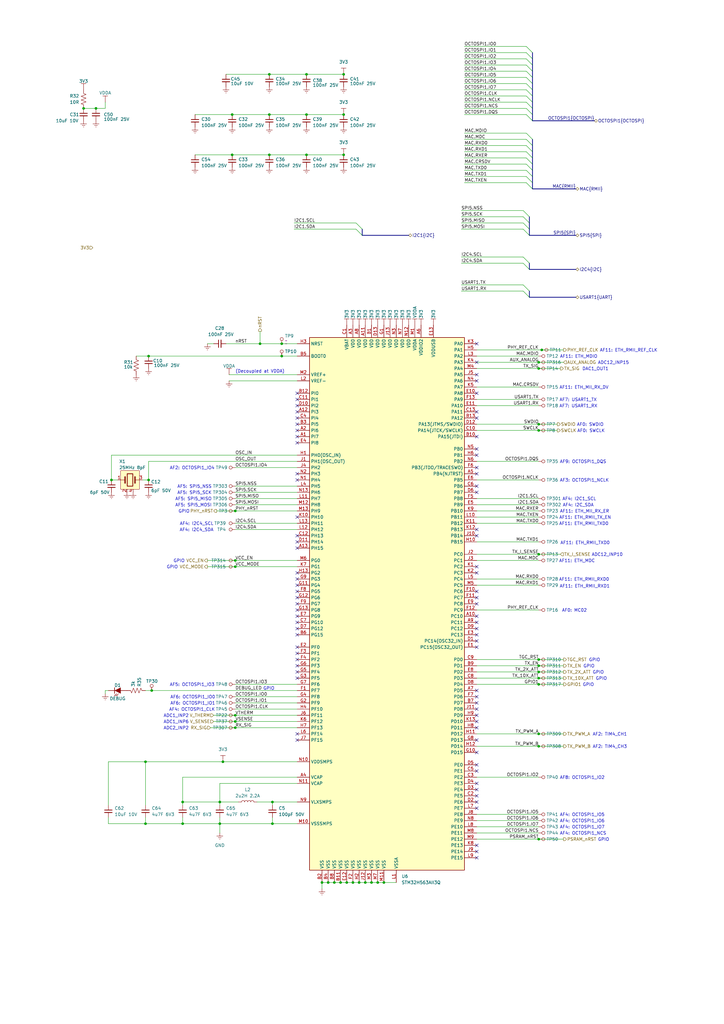
<source format=kicad_sch>
(kicad_sch (version 20250114) (generator "eeschema") (generator_version "9.0")
  (paper "A3" portrait)
  (bus_alias "OCTOSPI" (members "IO0" "IO1" "IO2" "IO3" "IO4" "IO5" "IO6" "IO7" "CLK" "NCLK" "NCS" "DQS"))
  (bus_alias "SPI" (members "NSS" "SCK" "MISO" "MOSI"))
  (bus_alias "UART" (members "RX" "TX"))
  (text "ADC2_INP2" (at 67.056 299.466 0) (effects (font (size 1.27 1.27)) (justify left bottom)))
  (text "DAC1_OUT1" (at 249.682 152.146 0) (effects (font (size 1.27 1.27)) (justify right bottom)))
  (text "AF11: ETH_RMII_REF_CLK" (at 269.748 144.526 0) (effects (font (size 1.27 1.27)) (justify right bottom)))
  (text "AF11: ETH_RMII_TXD0" (at 249.682 215.646 0) (effects (font (size 1.27 1.27)) (justify right bottom)))
  (text "AF4: I2C1_SCL" (at 244.602 205.486 0) (effects (font (size 1.27 1.27)) (justify right bottom)))
  (text "GPIO" (at 107.95 283.21 0) (effects (font (size 1.27 1.27)) (justify left bottom)))
  (text "AF5: SPI5_SCK" (at 86.868 202.946 0) (effects (font (size 1.27 1.27)) (justify right bottom)))
  (text "AF11: ETH_RMII_TX_EN" (at 250.698 213.106 0) (effects (font (size 1.27 1.27)) (justify right bottom)))
  (text "AF11: ETH_MDIO" (at 245.11 147.066 0) (effects (font (size 1.27 1.27)) (justify right bottom)))
  (text "GPIO" (at 73.152 210.566 0) (effects (font (size 1.27 1.27)) (justify left bottom)))
  (text "GPIO" (at 243.078 276.606 0) (effects (font (size 1.27 1.27)) (justify left bottom)))
  (text "AF4: OCTOSPI1_CLK" (at 69.342 291.846 0) (effects (font (size 1.27 1.27)) (justify left bottom)))
  (text "AF9: OCTOSPI1_DQS\n" (at 229.616 190.246 0) (effects (font (size 1.27 1.27)) (justify left bottom)))
  (text "AF7: USART1_RX" (at 245.11 167.386 0) (effects (font (size 1.27 1.27)) (justify right bottom)))
  (text "AF2: TIM4_CH1" (at 243.078 302.006 0) (effects (font (size 1.27 1.27)) (justify left bottom)))
  (text "AF5: OCTOSPI1_IO3" (at 69.596 281.686 0) (effects (font (size 1.27 1.27)) (justify left bottom)))
  (text "AF0: SWDIO" (at 247.65 175.006 0) (effects (font (size 1.27 1.27)) (justify right bottom)))
  (text "AF5: SPI5_NSS" (at 86.868 200.406 0) (effects (font (size 1.27 1.27)) (justify right bottom)))
  (text "GPIO" (at 239.014 281.686 0) (effects (font (size 1.27 1.27)) (justify left bottom)))
  (text "AF0: MC02" (at 240.792 251.206 0) (effects (font (size 1.27 1.27)) (justify right bottom)))
  (text "AF11: ETH_RMII_RXD0" (at 249.936 238.506 0) (effects (font (size 1.27 1.27)) (justify right bottom)))
  (text "AF4: I2C_SDA" (at 243.586 208.026 0) (effects (font (size 1.27 1.27)) (justify right bottom)))
  (text "ADC12_INP15" (at 258.064 149.606 0) (effects (font (size 1.27 1.27)) (justify right bottom)))
  (text "AF11: ETH_MII_RX_DV" (at 249.682 159.766 0) (effects (font (size 1.27 1.27)) (justify right bottom)))
  (text "AF8: OCTOSPI1_IO2" (at 229.616 319.786 0) (effects (font (size 1.27 1.27)) (justify left bottom)))
  (text "AF4: I2C4_SCL" (at 87.63 215.646 0) (effects (font (size 1.27 1.27)) (justify right bottom)))
  (text "AF0: SWCLK" (at 248.158 177.546 0) (effects (font (size 1.27 1.27)) (justify right bottom)))
  (text "AF7: USART1_TX" (at 244.856 164.846 0) (effects (font (size 1.27 1.27)) (justify right bottom)))
  (text "AF11: ETH_MDC" (at 244.094 230.886 0) (effects (font (size 1.27 1.27)) (justify right bottom)))
  (text "AF6: OCTOSPI1_IO0" (at 69.85 286.766 0) (effects (font (size 1.27 1.27)) (justify left bottom)))
  (text "AF5: SPI5_MOSI" (at 86.868 208.026 0) (effects (font (size 1.27 1.27)) (justify right bottom)))
  (text "AF5: SPI5_MISO" (at 86.868 205.486 0) (effects (font (size 1.27 1.27)) (justify right bottom)))
  (text "GPIO" (at 241.554 271.526 0) (effects (font (size 1.27 1.27)) (justify left bottom)))
  (text "AF3: OCTOSPI1_NCLK" (at 229.616 197.866 0) (effects (font (size 1.27 1.27)) (justify left bottom)))
  (text "AF4: OCTOSPI1_NCS" (at 229.616 342.646 0) (effects (font (size 1.27 1.27)) (justify left bottom)))
  (text "AF4: I2C4_SDA" (at 87.63 218.186 0) (effects (font (size 1.27 1.27)) (justify right bottom)))
  (text "AF4: OCTOSPI1_IO5" (at 229.616 335.026 0) (effects (font (size 1.27 1.27)) (justify left bottom)))
  (text "AF11: ETH_RMII_TXD0" (at 250.19 223.52 0) (effects (font (size 1.27 1.27)) (justify right bottom)))
  (text "AF2: TIM4_CH3" (at 243.078 307.086 0) (effects (font (size 1.27 1.27)) (justify left bottom)))
  (text "GPIO" (at 68.326 233.426 0) (effects (font (size 1.27 1.27)) (justify left bottom)))
  (text "AF11: ETH_MII_RX_ER" (at 249.936 210.566 0) (effects (font (size 1.27 1.27)) (justify right bottom)))
  (text "AF6: OCTOSPI1_IO1" (at 69.85 289.306 0) (effects (font (size 1.27 1.27)) (justify left bottom)))
  (text "GPIO" (at 244.348 279.146 0) (effects (font (size 1.27 1.27)) (justify left bottom)))
  (text "AF2: OCTOSPI1_IO4" (at 69.596 192.786 0) (effects (font (size 1.27 1.27)) (justify left bottom)))
  (text "AF11: ETH_RMII_RXD1" (at 250.19 241.3 0) (effects (font (size 1.27 1.27)) (justify right bottom)))
  (text "ADC1_INP6" (at 67.056 296.926 0) (effects (font (size 1.27 1.27)) (justify left bottom)))
  (text "AF4: OCTOSPI1_IO7" (at 229.616 340.106 0) (effects (font (size 1.27 1.27)) (justify left bottom)))
  (text "ADC1_INP2\n" (at 67.056 294.386 0) (effects (font (size 1.27 1.27)) (justify left bottom)))
  (text "AF4: OCTOSPI1_IO6\n" (at 229.616 337.566 0) (effects (font (size 1.27 1.27)) (justify left bottom)))
  (text "GPIO" (at 239.268 274.066 0) (effects (font (size 1.27 1.27)) (justify left bottom)))
  (text "(Decoupled at VDDA)" (at 106.68 152.4 0) (effects (font (size 1.27 1.27))))
  (text "GPIO" (at 71.12 230.886 0) (effects (font (size 1.27 1.27)) (justify left bottom)))
  (text "ADC12_INP10" (at 255.524 228.346 0) (effects (font (size 1.27 1.27)) (justify right bottom)))
  (text "GPIO" (at 249.936 345.186 0) (effects (font (size 1.27 1.27)) (justify right bottom)))
  (junction (at 157.48 361.95))
  (junction (at 220.98 176.53))
  (junction (at 140.97 30.48))
  (junction (at 137.16 361.95))
  (junction (at 45.72 196.85))
  (junction (at 152.4 361.95))
  (junction (at 96.52 229.87))
  (junction (at 111.76 337.82))
  (junction (at 144.78 361.95))
  (junction (at 95.25 63.5))
  (junction (at 220.98 151.13))
  (junction (at 96.52 209.55))
  (junction (at 220.98 273.05))
  (junction (at 220.98 173.99))
  (junction (at 220.98 270.51))
  (junction (at 110.49 30.48))
  (junction (at 111.76 328.93))
  (junction (at 96.52 298.45))
  (junction (at 147.32 361.95))
  (junction (at 96.52 295.91))
  (junction (at 125.73 63.5))
  (junction (at 34.29 44.45))
  (junction (at 59.69 337.82))
  (junction (at 139.7 361.95))
  (junction (at 110.49 46.99))
  (junction (at 220.98 148.59))
  (junction (at 134.62 361.95))
  (junction (at 91.44 312.42))
  (junction (at 222.25 143.51))
  (junction (at 115.57 140.97))
  (junction (at 60.96 196.85))
  (junction (at 220.98 278.13))
  (junction (at 154.94 361.95))
  (junction (at 125.73 46.99))
  (junction (at 125.73 30.48))
  (junction (at 59.69 312.42))
  (junction (at 90.17 337.82))
  (junction (at 62.23 283.21))
  (junction (at 220.98 280.67))
  (junction (at 220.98 275.59))
  (junction (at 90.17 328.93))
  (junction (at 140.97 63.5))
  (junction (at 220.98 306.07))
  (junction (at 74.93 337.82))
  (junction (at 39.37 44.45))
  (junction (at 60.96 146.05))
  (junction (at 220.98 300.99))
  (junction (at 220.98 344.17))
  (junction (at 115.57 146.05))
  (junction (at 96.52 293.37))
  (junction (at 96.52 232.41))
  (junction (at 220.98 227.33))
  (junction (at 142.24 361.95))
  (junction (at 110.49 63.5))
  (junction (at 149.86 361.95))
  (junction (at 106.68 140.97))
  (junction (at 74.93 328.93))
  (junction (at 95.25 46.99))
  (junction (at 132.08 361.95))
  (junction (at 140.97 46.99))
  (no_connect (at 121.92 252.73))
  (no_connect (at 195.58 148.59))
  (no_connect (at 195.58 295.91))
  (no_connect (at 195.58 219.71))
  (no_connect (at 195.58 283.21))
  (no_connect (at 195.58 161.29))
  (no_connect (at 195.58 194.31))
  (no_connect (at 195.58 140.97))
  (no_connect (at 195.58 168.91))
  (no_connect (at 195.58 303.53))
  (no_connect (at 195.58 328.93))
  (no_connect (at 121.92 176.53))
  (no_connect (at 195.58 242.57))
  (no_connect (at 121.92 270.51))
  (no_connect (at 195.58 201.93))
  (no_connect (at 195.58 298.45))
  (no_connect (at 121.92 250.19))
  (no_connect (at 195.58 171.45))
  (no_connect (at 195.58 290.83))
  (no_connect (at 195.58 346.71))
  (no_connect (at 121.92 181.61))
  (no_connect (at 195.58 153.67))
  (no_connect (at 121.92 224.79))
  (no_connect (at 195.58 288.29))
  (no_connect (at 195.58 265.43))
  (no_connect (at 121.92 219.71))
  (no_connect (at 195.58 316.23))
  (no_connect (at 121.92 300.99))
  (no_connect (at 195.58 331.47))
  (no_connect (at 195.58 247.65))
  (no_connect (at 195.58 199.39))
  (no_connect (at 195.58 255.27))
  (no_connect (at 121.92 234.95))
  (no_connect (at 195.58 252.73))
  (no_connect (at 195.58 308.61))
  (no_connect (at 121.92 179.07))
  (no_connect (at 121.92 237.49))
  (no_connect (at 195.58 191.77))
  (no_connect (at 195.58 245.11))
  (no_connect (at 195.58 234.95))
  (no_connect (at 195.58 349.25))
  (no_connect (at 121.92 278.13))
  (no_connect (at 195.58 184.15))
  (no_connect (at 195.58 186.69))
  (no_connect (at 195.58 262.89))
  (no_connect (at 121.92 303.53))
  (no_connect (at 195.58 321.31))
  (no_connect (at 121.92 245.11))
  (no_connect (at 195.58 232.41))
  (no_connect (at 195.58 257.81))
  (no_connect (at 121.92 163.83))
  (no_connect (at 121.92 166.37))
  (no_connect (at 195.58 326.39))
  (no_connect (at 195.58 260.35))
  (no_connect (at 121.92 260.35))
  (no_connect (at 195.58 323.85))
  (no_connect (at 121.92 222.25))
  (no_connect (at 195.58 285.75))
  (no_connect (at 195.58 351.79))
  (no_connect (at 121.92 275.59))
  (no_connect (at 121.92 171.45))
  (no_connect (at 121.92 194.31))
  (no_connect (at 195.58 217.17))
  (no_connect (at 121.92 173.99))
  (no_connect (at 121.92 168.91))
  (no_connect (at 121.92 212.09))
  (no_connect (at 195.58 313.69))
  (no_connect (at 121.92 161.29))
  (no_connect (at 195.58 293.37))
  (no_connect (at 121.92 265.43))
  (no_connect (at 121.92 247.65))
  (no_connect (at 121.92 196.85))
  (no_connect (at 121.92 242.57))
  (no_connect (at 121.92 267.97))
  (no_connect (at 195.58 156.21))
  (no_connect (at 121.92 255.27))
  (no_connect (at 121.92 257.81))
  (no_connect (at 195.58 179.07))
  (no_connect (at 121.92 240.03))
  (no_connect (at 121.92 273.05))
  (bus_entry (at 146.05 91.44) (size 2.54 2.54))
  (bus_entry (at 214.63 116.84) (size 2.54 2.54))
  (bus_entry (at 214.63 107.95) (size 2.54 2.54))
  (bus_entry (at 214.63 119.38) (size 2.54 2.54))
  (bus_entry (at 215.9 21.59) (size 2.54 2.54))
  (bus_entry (at 215.9 74.93) (size 2.54 2.54))
  (bus_entry (at 215.9 44.45) (size 2.54 2.54))
  (bus_entry (at 215.9 24.13) (size 2.54 2.54))
  (bus_entry (at 214.63 88.9) (size 2.54 2.54))
  (bus_entry (at 214.63 91.44) (size 2.54 2.54))
  (bus_entry (at 215.9 46.99) (size 2.54 2.54))
  (bus_entry (at 215.9 72.39) (size 2.54 2.54))
  (bus_entry (at 215.9 39.37) (size 2.54 2.54))
  (bus_entry (at 215.9 36.83) (size 2.54 2.54))
  (bus_entry (at 215.9 34.29) (size 2.54 2.54))
  (bus_entry (at 214.63 93.98) (size 2.54 2.54))
  (bus_entry (at 215.9 19.05) (size 2.54 2.54))
  (bus_entry (at 215.9 29.21) (size 2.54 2.54))
  (bus_entry (at 215.9 67.31) (size 2.54 2.54))
  (bus_entry (at 215.9 31.75) (size 2.54 2.54))
  (bus_entry (at 215.9 41.91) (size 2.54 2.54))
  (bus_entry (at 215.9 26.67) (size 2.54 2.54))
  (bus_entry (at 215.9 69.85) (size 2.54 2.54))
  (bus_entry (at 215.9 64.77) (size 2.54 2.54))
  (bus_entry (at 146.05 93.98) (size 2.54 2.54))
  (bus_entry (at 215.9 57.15) (size 2.54 2.54))
  (bus_entry (at 215.9 54.61) (size 2.54 2.54))
  (bus_entry (at 214.63 86.36) (size 2.54 2.54))
  (bus_entry (at 214.63 105.41) (size 2.54 2.54))
  (bus_entry (at 215.9 62.23) (size 2.54 2.54))
  (bus_entry (at 215.9 59.69) (size 2.54 2.54))
  (wire (pts (xy 59.69 337.82) (xy 74.93 337.82)))
  (bus (pts (xy 217.17 110.49) (xy 236.22 110.49)))
  (wire (pts (xy 220.98 273.05) (xy 231.14 273.05)))
  (wire (pts (xy 106.68 135.89) (xy 106.68 140.97)))
  (wire (pts (xy 44.45 312.42) (xy 44.45 330.2)))
  (bus (pts (xy 217.17 91.44) (xy 217.17 93.98)))
  (bus (pts (xy 217.17 93.98) (xy 217.17 96.52)))
  (wire (pts (xy 220.98 176.53) (xy 228.6 176.53)))
  (wire (pts (xy 137.16 361.95) (xy 139.7 361.95)))
  (wire (pts (xy 152.4 361.95) (xy 154.94 361.95)))
  (wire (pts (xy 43.18 44.45) (xy 39.37 44.45)))
  (wire (pts (xy 120.65 91.44) (xy 146.05 91.44)))
  (wire (pts (xy 121.92 298.45) (xy 96.52 298.45)))
  (wire (pts (xy 195.58 318.77) (xy 220.98 318.77)))
  (wire (pts (xy 115.57 140.97) (xy 121.92 140.97)))
  (wire (pts (xy 220.98 344.17) (xy 231.14 344.17)))
  (bus (pts (xy 218.44 57.15) (xy 218.44 59.69)))
  (wire (pts (xy 43.18 284.48) (xy 43.18 283.21)))
  (wire (pts (xy 195.58 344.17) (xy 220.98 344.17)))
  (wire (pts (xy 190.5 67.31) (xy 215.9 67.31)))
  (wire (pts (xy 195.58 341.63) (xy 220.98 341.63)))
  (wire (pts (xy 220.98 151.13) (xy 229.87 151.13)))
  (wire (pts (xy 214.63 93.98) (xy 189.23 93.98)))
  (wire (pts (xy 85.09 140.97) (xy 87.63 140.97)))
  (wire (pts (xy 134.62 361.95) (xy 137.16 361.95)))
  (wire (pts (xy 59.69 312.42) (xy 59.69 330.2)))
  (wire (pts (xy 195.58 278.13) (xy 220.98 278.13)))
  (wire (pts (xy 220.98 306.07) (xy 231.14 306.07)))
  (wire (pts (xy 87.63 293.37) (xy 96.52 293.37)))
  (wire (pts (xy 39.37 44.45) (xy 34.29 44.45)))
  (wire (pts (xy 189.23 107.95) (xy 214.63 107.95)))
  (wire (pts (xy 96.52 209.55) (xy 121.92 209.55)))
  (wire (pts (xy 96.52 285.75) (xy 121.92 285.75)))
  (wire (pts (xy 195.58 148.59) (xy 220.98 148.59)))
  (wire (pts (xy 60.96 189.23) (xy 60.96 196.85)))
  (wire (pts (xy 60.96 189.23) (xy 121.92 189.23)))
  (wire (pts (xy 220.98 275.59) (xy 231.14 275.59)))
  (wire (pts (xy 106.68 140.97) (xy 115.57 140.97)))
  (wire (pts (xy 190.5 59.69) (xy 215.9 59.69)))
  (wire (pts (xy 139.7 361.95) (xy 142.24 361.95)))
  (wire (pts (xy 132.08 364.49) (xy 132.08 361.95)))
  (wire (pts (xy 95.25 46.99) (xy 110.49 46.99)))
  (wire (pts (xy 214.63 91.44) (xy 189.23 91.44)))
  (wire (pts (xy 105.41 328.93) (xy 111.76 328.93)))
  (bus (pts (xy 218.44 69.85) (xy 218.44 72.39)))
  (bus (pts (xy 217.17 88.9) (xy 217.17 91.44)))
  (wire (pts (xy 62.23 283.21) (xy 59.69 283.21)))
  (wire (pts (xy 85.09 232.41) (xy 96.52 232.41)))
  (wire (pts (xy 195.58 270.51) (xy 220.98 270.51)))
  (wire (pts (xy 195.58 158.75) (xy 220.98 158.75)))
  (wire (pts (xy 93.98 156.21) (xy 121.92 156.21)))
  (wire (pts (xy 90.17 335.28) (xy 90.17 337.82)))
  (wire (pts (xy 90.17 337.82) (xy 90.17 341.63)))
  (wire (pts (xy 195.58 227.33) (xy 220.98 227.33)))
  (wire (pts (xy 125.73 46.99) (xy 140.97 46.99)))
  (wire (pts (xy 90.17 337.82) (xy 111.76 337.82)))
  (wire (pts (xy 43.18 41.91) (xy 43.18 44.45)))
  (wire (pts (xy 195.58 237.49) (xy 220.98 237.49)))
  (bus (pts (xy 217.17 119.38) (xy 217.17 121.92)))
  (wire (pts (xy 121.92 201.93) (xy 96.52 201.93)))
  (wire (pts (xy 132.08 361.95) (xy 134.62 361.95)))
  (wire (pts (xy 55.88 146.05) (xy 60.96 146.05)))
  (wire (pts (xy 96.52 217.17) (xy 121.92 217.17)))
  (bus (pts (xy 218.44 31.75) (xy 218.44 34.29)))
  (wire (pts (xy 80.01 63.5) (xy 95.25 63.5)))
  (wire (pts (xy 220.98 300.99) (xy 231.14 300.99)))
  (wire (pts (xy 190.5 21.59) (xy 215.9 21.59)))
  (wire (pts (xy 125.73 30.48) (xy 140.97 30.48)))
  (wire (pts (xy 190.5 19.05) (xy 215.9 19.05)))
  (wire (pts (xy 91.44 312.42) (xy 59.69 312.42)))
  (wire (pts (xy 111.76 337.82) (xy 121.92 337.82)))
  (wire (pts (xy 74.93 337.82) (xy 90.17 337.82)))
  (wire (pts (xy 195.58 240.03) (xy 220.98 240.03)))
  (wire (pts (xy 96.52 288.29) (xy 121.92 288.29)))
  (wire (pts (xy 215.9 41.91) (xy 190.5 41.91)))
  (wire (pts (xy 220.98 148.59) (xy 231.14 148.59)))
  (wire (pts (xy 195.58 146.05) (xy 220.98 146.05)))
  (wire (pts (xy 74.93 328.93) (xy 74.93 330.2)))
  (wire (pts (xy 74.93 318.77) (xy 74.93 328.93)))
  (wire (pts (xy 149.86 361.95) (xy 152.4 361.95)))
  (wire (pts (xy 195.58 143.51) (xy 222.25 143.51)))
  (wire (pts (xy 111.76 328.93) (xy 121.92 328.93)))
  (wire (pts (xy 147.32 361.95) (xy 149.86 361.95)))
  (bus (pts (xy 217.17 107.95) (xy 217.17 110.49)))
  (wire (pts (xy 96.52 191.77) (xy 121.92 191.77)))
  (wire (pts (xy 144.78 361.95) (xy 147.32 361.95)))
  (wire (pts (xy 190.5 72.39) (xy 215.9 72.39)))
  (wire (pts (xy 92.71 30.48) (xy 110.49 30.48)))
  (bus (pts (xy 218.44 64.77) (xy 218.44 67.31)))
  (wire (pts (xy 58.42 196.85) (xy 60.96 196.85)))
  (wire (pts (xy 195.58 250.19) (xy 220.98 250.19)))
  (bus (pts (xy 218.44 29.21) (xy 218.44 31.75)))
  (bus (pts (xy 218.44 74.93) (xy 218.44 77.47)))
  (wire (pts (xy 111.76 335.28) (xy 111.76 337.82)))
  (wire (pts (xy 110.49 30.48) (xy 125.73 30.48)))
  (wire (pts (xy 190.5 54.61) (xy 215.9 54.61)))
  (wire (pts (xy 214.63 86.36) (xy 189.23 86.36)))
  (wire (pts (xy 90.17 321.31) (xy 121.92 321.31)))
  (wire (pts (xy 190.5 74.93) (xy 215.9 74.93)))
  (wire (pts (xy 190.5 64.77) (xy 215.9 64.77)))
  (wire (pts (xy 215.9 34.29) (xy 190.5 34.29)))
  (wire (pts (xy 231.14 143.51) (xy 222.25 143.51)))
  (wire (pts (xy 214.63 88.9) (xy 189.23 88.9)))
  (bus (pts (xy 218.44 49.53) (xy 243.84 49.53)))
  (wire (pts (xy 62.23 283.21) (xy 121.92 283.21)))
  (wire (pts (xy 154.94 361.95) (xy 157.48 361.95)))
  (wire (pts (xy 90.17 321.31) (xy 90.17 328.93)))
  (wire (pts (xy 86.36 298.45) (xy 96.52 298.45)))
  (wire (pts (xy 90.17 330.2) (xy 90.17 328.93)))
  (wire (pts (xy 190.5 29.21) (xy 215.9 29.21)))
  (wire (pts (xy 121.92 293.37) (xy 96.52 293.37)))
  (bus (pts (xy 218.44 67.31) (xy 218.44 69.85)))
  (wire (pts (xy 96.52 295.91) (xy 121.92 295.91)))
  (wire (pts (xy 190.5 69.85) (xy 215.9 69.85)))
  (wire (pts (xy 74.93 318.77) (xy 121.92 318.77)))
  (wire (pts (xy 80.01 46.99) (xy 95.25 46.99)))
  (bus (pts (xy 218.44 39.37) (xy 218.44 41.91)))
  (wire (pts (xy 190.5 62.23) (xy 215.9 62.23)))
  (wire (pts (xy 88.9 209.55) (xy 96.52 209.55)))
  (wire (pts (xy 142.24 361.95) (xy 144.78 361.95)))
  (wire (pts (xy 220.98 280.67) (xy 231.14 280.67)))
  (wire (pts (xy 110.49 63.5) (xy 125.73 63.5)))
  (wire (pts (xy 115.57 146.05) (xy 121.92 146.05)))
  (wire (pts (xy 74.93 335.28) (xy 74.93 337.82)))
  (wire (pts (xy 44.45 337.82) (xy 59.69 337.82)))
  (wire (pts (xy 121.92 199.39) (xy 96.52 199.39)))
  (wire (pts (xy 110.49 46.99) (xy 125.73 46.99)))
  (bus (pts (xy 218.44 44.45) (xy 218.44 46.99)))
  (wire (pts (xy 45.72 186.69) (xy 45.72 196.85)))
  (wire (pts (xy 157.48 361.95) (xy 162.56 361.95)))
  (wire (pts (xy 195.58 336.55) (xy 220.98 336.55)))
  (wire (pts (xy 125.73 63.5) (xy 140.97 63.5)))
  (wire (pts (xy 195.58 196.85) (xy 220.98 196.85)))
  (wire (pts (xy 220.98 278.13) (xy 231.14 278.13)))
  (bus (pts (xy 218.44 77.47) (xy 236.22 77.47)))
  (wire (pts (xy 195.58 209.55) (xy 220.98 209.55)))
  (wire (pts (xy 91.44 312.42) (xy 121.92 312.42)))
  (bus (pts (xy 218.44 21.59) (xy 218.44 24.13)))
  (wire (pts (xy 96.52 290.83) (xy 121.92 290.83)))
  (wire (pts (xy 220.98 227.33) (xy 229.87 227.33)))
  (bus (pts (xy 218.44 46.99) (xy 218.44 49.53)))
  (wire (pts (xy 111.76 328.93) (xy 111.76 330.2)))
  (wire (pts (xy 93.98 153.67) (xy 121.92 153.67)))
  (wire (pts (xy 195.58 204.47) (xy 220.98 204.47)))
  (wire (pts (xy 43.18 283.21) (xy 44.45 283.21)))
  (wire (pts (xy 85.09 229.87) (xy 96.52 229.87)))
  (wire (pts (xy 195.58 214.63) (xy 220.98 214.63)))
  (wire (pts (xy 45.72 196.85) (xy 48.26 196.85)))
  (wire (pts (xy 120.65 93.98) (xy 146.05 93.98)))
  (wire (pts (xy 60.96 146.05) (xy 115.57 146.05)))
  (wire (pts (xy 195.58 163.83) (xy 220.98 163.83)))
  (bus (pts (xy 218.44 36.83) (xy 218.44 39.37)))
  (wire (pts (xy 195.58 176.53) (xy 220.98 176.53)))
  (wire (pts (xy 220.98 173.99) (xy 228.6 173.99)))
  (wire (pts (xy 195.58 339.09) (xy 220.98 339.09)))
  (wire (pts (xy 195.58 207.01) (xy 220.98 207.01)))
  (wire (pts (xy 195.58 222.25) (xy 220.98 222.25)))
  (bus (pts (xy 218.44 24.13) (xy 218.44 26.67)))
  (wire (pts (xy 190.5 39.37) (xy 215.9 39.37)))
  (bus (pts (xy 218.44 72.39) (xy 218.44 74.93)))
  (wire (pts (xy 96.52 232.41) (xy 121.92 232.41)))
  (wire (pts (xy 96.52 214.63) (xy 121.92 214.63)))
  (wire (pts (xy 195.58 273.05) (xy 220.98 273.05)))
  (wire (pts (xy 87.63 295.91) (xy 96.52 295.91)))
  (bus (pts (xy 218.44 26.67) (xy 218.44 29.21)))
  (wire (pts (xy 215.9 31.75) (xy 190.5 31.75)))
  (wire (pts (xy 195.58 151.13) (xy 220.98 151.13)))
  (wire (pts (xy 189.23 119.38) (xy 214.63 119.38)))
  (wire (pts (xy 90.17 328.93) (xy 97.79 328.93)))
  (wire (pts (xy 92.71 140.97) (xy 106.68 140.97)))
  (wire (pts (xy 195.58 173.99) (xy 220.98 173.99)))
  (bus (pts (xy 148.59 93.98) (xy 148.59 96.52)))
  (wire (pts (xy 195.58 229.87) (xy 220.98 229.87)))
  (wire (pts (xy 215.9 44.45) (xy 190.5 44.45)))
  (wire (pts (xy 95.25 63.5) (xy 110.49 63.5)))
  (wire (pts (xy 195.58 280.67) (xy 220.98 280.67)))
  (bus (pts (xy 217.17 121.92) (xy 236.22 121.92)))
  (wire (pts (xy 195.58 275.59) (xy 220.98 275.59)))
  (wire (pts (xy 215.9 46.99) (xy 190.5 46.99)))
  (wire (pts (xy 121.92 207.01) (xy 96.52 207.01)))
  (wire (pts (xy 96.52 280.67) (xy 121.92 280.67)))
  (wire (pts (xy 44.45 335.28) (xy 44.45 337.82)))
  (wire (pts (xy 220.98 270.51) (xy 231.14 270.51)))
  (wire (pts (xy 59.69 312.42) (xy 44.45 312.42)))
  (wire (pts (xy 195.58 306.07) (xy 220.98 306.07)))
  (wire (pts (xy 215.9 24.13) (xy 190.5 24.13)))
  (wire (pts (xy 195.58 334.01) (xy 220.98 334.01)))
  (wire (pts (xy 195.58 300.99) (xy 220.98 300.99)))
  (wire (pts (xy 59.69 335.28) (xy 59.69 337.82)))
  (wire (pts (xy 189.23 105.41) (xy 214.63 105.41)))
  (wire (pts (xy 195.58 166.37) (xy 220.98 166.37)))
  (bus (pts (xy 218.44 59.69) (xy 218.44 62.23)))
  (wire (pts (xy 121.92 204.47) (xy 96.52 204.47)))
  (wire (pts (xy 195.58 212.09) (xy 220.98 212.09)))
  (bus (pts (xy 148.59 96.52) (xy 167.64 96.52)))
  (wire (pts (xy 189.23 116.84) (xy 214.63 116.84)))
  (wire (pts (xy 215.9 36.83) (xy 190.5 36.83)))
  (wire (pts (xy 190.5 57.15) (xy 215.9 57.15)))
  (wire (pts (xy 45.72 186.69) (xy 121.92 186.69)))
  (wire (pts (xy 195.58 189.23) (xy 220.98 189.23)))
  (bus (pts (xy 218.44 62.23) (xy 218.44 64.77)))
  (bus (pts (xy 217.17 96.52) (xy 236.22 96.52)))
  (wire (pts (xy 190.5 26.67) (xy 215.9 26.67)))
  (wire (pts (xy 96.52 229.87) (xy 121.92 229.87)))
  (bus (pts (xy 218.44 41.91) (xy 218.44 44.45)))
  (bus (pts (xy 218.44 34.29) (xy 218.44 36.83)))
  (wire (pts (xy 74.93 328.93) (xy 90.17 328.93)))
  (label "OCTOSPI1.IO3" (at 190.5 26.67 0))
  (label "SPI5{SPI}" (at 236.22 96.52 180))
  (label "I2C1.SDA" (at 120.65 93.98 0))
  (label "RX_SIG" (at 96.52 298.45 0))
  (label "SPI5.NSS" (at 96.52 199.39 0))
  (label "OCTOSPI1{OCTOSPI}" (at 243.84 49.53 180))
  (label "SPI5.MOSI" (at 189.23 93.98 0))
  (label "USART1.TX" (at 189.23 116.84 0))
  (label "OCTOSPI1.IO5" (at 220.98 334.01 180))
  (label "OCTOSPI1.DQS" (at 220.98 189.23 180))
  (label "OCTOSPI1.IO4" (at 190.5 29.21 0))
  (label "SPI5.MISO" (at 189.23 91.44 0))
  (label "MAC{RMII}" (at 236.22 77.47 180))
  (label "I2C1.SDA" (at 220.98 207.01 180))
  (label "USART1.TX" (at 220.98 163.83 180))
  (label "I2C4.SDA" (at 189.23 107.95 0))
  (label "MAC.TXEN" (at 190.5 74.93 0))
  (label "I2C4.SCL" (at 96.52 214.63 0))
  (label "SPI5.NSS" (at 189.23 86.36 0))
  (label "OCTOSPI1.IO0" (at 96.52 285.75 0))
  (label "SWDIO" (at 220.98 173.99 180))
  (label "OCTOSPI1.IO3" (at 96.52 280.67 0))
  (label "OCTOSPI1.IO0" (at 190.5 19.05 0))
  (label "TX_2X_ATT" (at 220.98 275.59 180))
  (label "SPI5.MISO" (at 96.52 204.47 0))
  (label "SWCLK" (at 220.98 176.53 180))
  (label "I2C1.SCL" (at 120.65 91.44 0))
  (label "OCTOSPI1.IO1" (at 96.52 288.29 0))
  (label "VSENSE" (at 96.52 295.91 0))
  (label "OCTOSPI1.CLK" (at 96.52 290.83 0))
  (label "TX_EN" (at 220.98 273.05 180))
  (label "TX_PWM_A" (at 220.98 300.99 180))
  (label "MAC.RXD1" (at 190.5 62.23 0))
  (label "OSC_OUT" (at 96.52 189.23 0))
  (label "OCTOSPI1.IO6" (at 190.5 34.29 0))
  (label "MAC.CRSDV" (at 220.98 158.75 180))
  (label "PHY_REF_CLK" (at 220.98 143.51 180))
  (label "OCTOSPI1.NCLK" (at 190.5 41.91 0))
  (label "OCTOSPI1.IO2" (at 190.5 24.13 0))
  (label "TX_SIG" (at 220.98 151.13 180))
  (label "MAC.MDIO" (at 190.5 54.61 0))
  (label "SPI5.SCK" (at 96.52 201.93 0))
  (label "MAC.RXER" (at 190.5 64.77 0))
  (label "MAC.RXD0" (at 190.5 59.69 0))
  (label "VCC_EN" (at 96.52 229.87 0))
  (label "PSRAM_nRST" (at 220.98 344.17 180))
  (label "VTHERM" (at 96.52 293.37 0))
  (label "USART1.RX" (at 220.98 166.37 180))
  (label "VCC_MODE" (at 96.52 232.41 0))
  (label "MAC.CRSDV" (at 190.5 67.31 0))
  (label "MAC.TXD1" (at 190.5 72.39 0))
  (label "MAC.MDIO" (at 220.98 146.05 180))
  (label "I2C1.SCL" (at 220.98 204.47 180))
  (label "OCTOSPI1.IO1" (at 190.5 21.59 0))
  (label "MAC.TXD0" (at 190.5 69.85 0))
  (label "USART1.RX" (at 189.23 119.38 0))
  (label "MAC.TXD1" (at 220.98 222.25 180))
  (label "PHY_REF_CLK" (at 220.98 250.19 180))
  (label "DEBUG_LED" (at 96.52 283.21 0))
  (label "MAC.MDC" (at 220.98 229.87 180))
  (label "TX_PWM_B" (at 220.98 306.07 180))
  (label "OCTOSPI1.IO2" (at 220.98 318.77 180))
  (label "I2C4.SDA" (at 96.52 217.17 0))
  (label "MAC.MDC" (at 190.5 57.15 0))
  (label "AUX_ANALOG" (at 220.98 148.59 180))
  (label "OCTOSPI1.DQS" (at 190.5 46.99 0))
  (label "MAC.RXD0" (at 220.98 237.49 180))
  (label "MAC.RXER" (at 220.98 209.55 180))
  (label "TGC_RST" (at 220.98 270.51 180))
  (label "GPIO1" (at 220.98 280.67 180))
  (label "OCTOSPI1.IO6" (at 220.98 336.55 180))
  (label "MAC.TXEN" (at 220.98 212.09 180))
  (label "OCTOSPI1.NCS" (at 220.98 341.63 180))
  (label "SPI5.MOSI" (at 96.52 207.01 0))
  (label "MAC.RXD1" (at 220.98 240.03 180))
  (label "OCTOSPI1.IO4" (at 96.52 191.77 0))
  (label "MAC.TXD0" (at 220.98 214.63 180))
  (label "OCTOSPI1.CLK" (at 190.5 39.37 0))
  (label "TX_I_SENSE" (at 220.98 227.33 180))
  (label "nRST" (at 96.52 140.97 0))
  (label "TX_10X_ATT" (at 220.98 278.13 180))
  (label "PHY_nRST" (at 96.52 209.55 0))
  (label "OCTOSPI1.IO5" (at 190.5 31.75 0))
  (label "OCTOSPI1.NCS" (at 190.5 44.45 0))
  (label "OSC_IN" (at 96.52 186.69 0))
  (label "I2C4.SCL" (at 189.23 105.41 0))
  (label "OCTOSPI1.IO7" (at 190.5 36.83 0))
  (label "OCTOSPI1.IO7" (at 220.98 339.09 180))
  (label "SPI5.SCK" (at 189.23 88.9 0))
  (label "OCTOSPI1.NCLK" (at 220.98 196.85 180))
  (hierarchical_label "VCC_EN" (shape output) (at 85.09 229.87 180))
  (hierarchical_label "SWDIO" (shape output) (at 228.6 173.99 0))
  (hierarchical_label "RX_SIG" (shape input) (at 86.36 298.45 180))
  (hierarchical_label "TX_10X_ATT" (shape output) (at 231.14 278.13 0))
  (hierarchical_label "V_THERM" (shape input) (at 87.63 293.37 180))
  (hierarchical_label "TX_I_SENSE" (shape input) (at 229.87 227.33 0))
  (hierarchical_label "TX_2X_ATT" (shape output) (at 231.14 275.59 0))
  (hierarchical_label "GPIO1" (shape output) (at 231.14 280.67 0))
  (hierarchical_label "TX_PWM_B" (shape output) (at 231.14 306.07 0))
  (hierarchical_label "V_SENSE" (shape input) (at 87.63 295.91 180))
  (hierarchical_label "SWCLK" (shape output) (at 228.6 176.53 0))
  (hierarchical_label "PHY_nRST" (shape output) (at 88.9 209.55 180))
  (hierarchical_label "TX_PWM_A" (shape output) (at 231.14 300.99 0))
  (hierarchical_label "USART1{UART}" (shape bidirectional) (at 236.22 121.92 0))
  (hierarchical_label "TX_SIG" (shape output) (at 229.87 151.13 0))
  (hierarchical_label "VCC_MODE" (shape output) (at 85.09 232.41 180))
  (hierarchical_label "nRST" (shape output) (at 106.68 135.89 90))
  (hierarchical_label "SPI5{SPI}" (shape bidirectional) (at 236.22 96.52 0))
  (hierarchical_label "I2C4{I2C}" (shape bidirectional) (at 236.22 110.49 0))
  (hierarchical_label "3V3" (shape input) (at 38.1 101.6 180))
  (hierarchical_label "OCTOSPI1{OCTOSPI}" (shape bidirectional) (at 243.84 49.53 0))
  (hierarchical_label "MAC{RMII}" (shape bidirectional) (at 236.22 77.47 0))
  (hierarchical_label "I2C1{I2C}" (shape bidirectional) (at 167.64 96.52 0))
  (hierarchical_label "TGC_RST" (shape output) (at 231.14 270.51 0))
  (hierarchical_label "TX_EN" (shape output) (at 231.14 273.05 0))
  (hierarchical_label "AUX_ANALOG" (shape input) (at 231.14 148.59 0))
  (hierarchical_label "PHY_REF_CLK" (shape output) (at 231.14 143.51 0))
  (hierarchical_label "PSRAM_nRST" (shape output) (at 231.14 344.17 0))
  (symbol (lib_id "BR_Virtual_Parts:GND") (at 60.96 201.93 0) (unit 1)
    (property "Reference" "#PWR046" (effects (hide yes)))
    (property "Value" "GND" (effects (hide yes)))
  )
  (symbol (lib_id "BR_Virtual_Parts:TP_ROUND_SMT_300um") (at 220.98 318.77 270) (unit 1) (in_bom no)
    (property "Reference" "TP40" (at 224.155 318.77 90) (effects (justify left)))
    (property "Value" "TP_ROUND_TH_300um" (effects (hide yes)))
    (property "Footprint" "BR_Virtual_Parts:TP_ROUND_SMT_300um" (effects (hide yes)))
    (property "Description" "test pad surface mount" (effects (hide yes)))
  )
  (symbol (lib_id "BR_Capacitors_0201:C_0201_100nF_25V_X7R_10%") (at 125.73 33.02 0) (unit 1)
    (property "Reference" "C38" (at 128.27 33.02 0) (effects (justify left)))
    (property "Value" "100nF 25V" (at 128.27 34.925 0) (effects (justify left)))
    (property "Footprint" "BR_Passives:C_0201_0603Metric-minimized" (effects (hide yes)))
    (property "Datasheet" "https://www.lcsc.com/datasheet/lcsc_datasheet_2108070630_Murata-Electronics-GRM033R61E104KE14J_C2649540.pdf" (effects (hide yes)))
    (property "Description" "100nF 25V X7R 10% Ceramic Capacitor 0201" (effects (hide yes)))
    (property "Manufacturer" "Murata Electronics" (effects (hide yes)))
    (property "Manufacturer Part Num" "GRM033R61E104KE14J" (effects (hide yes)))
    (property "Supplier 1" "DigiKey" (effects (hide yes)))
    (property "Supplier Part Num 1" "490-14571-1-ND" (effects (hide yes)))
    (property "Supplier 2" "Mouser" (effects (hide yes)))
    (property "Supplier Part Num 2" "81-GRM033R61E104KE4J" (effects (hide yes)))
    (property "Supplier 3" "JLCPCB" (effects (hide yes)))
    (property "Supplier Part Num 3" "C2649540" (effects (hide yes)))
    (property "BRE Number" "BRE-000000" (effects (hide yes)))
  )
  (symbol (lib_id "BR_Virtual_Parts:TP_ROUND_SMT_300um") (at 220.98 222.25 270) (unit 1) (in_bom no)
    (property "Reference" "TP26" (at 224.155 222.25 90) (effects (justify left)))
    (property "Value" "TP_ROUND_TH_300um" (effects (hide yes)))
    (property "Footprint" "BR_Virtual_Parts:TP_ROUND_SMT_300um" (effects (hide yes)))
    (property "Description" "test pad surface mount" (effects (hide yes)))
  )
  (symbol (lib_id "BR_Virtual_Parts:GND") (at 95.25 52.07 0) (unit 1)
    (property "Reference" "#PWR088" (effects (hide yes)))
    (property "Value" "GND" (effects (hide yes)))
  )
  (symbol (lib_id "BR_Virtual_Parts:VCC") (at 93.98 153.67 0) (unit 1)
    (property "Reference" "#PWR052" (effects (hide yes)))
    (property "Value" "VDDA" (at 93.98 150.114 0))
    (property "Description" "Power symbol creates a global label with name \"VCC\"" (effects (hide yes)))
  )
  (symbol (lib_id "BR_Virtual_Parts:TP_ROUND_SMT_300um") (at 220.98 237.49 270) (unit 1) (in_bom no)
    (property "Reference" "TP28" (at 224.155 237.49 90) (effects (justify left)))
    (property "Value" "TP_ROUND_TH_300um" (effects (hide yes)))
    (property "Footprint" "BR_Virtual_Parts:TP_ROUND_SMT_300um" (effects (hide yes)))
    (property "Description" "test pad surface mount" (effects (hide yes)))
  )
  (symbol (lib_id "BR_Virtual_Parts:TP_ROUND_SMT_300um") (at 220.98 240.03 270) (unit 1) (in_bom no)
    (property "Reference" "TP29" (at 224.155 240.03 90) (effects (justify left)))
    (property "Value" "TP_ROUND_TH_300um" (effects (hide yes)))
    (property "Footprint" "BR_Virtual_Parts:TP_ROUND_SMT_300um" (effects (hide yes)))
    (property "Description" "test pad surface mount" (effects (hide yes)))
  )
  (symbol (lib_id "BR_Virtual_Parts:VCC") (at 142.24 133.35 0) (unit 1)
    (property "Reference" "#PWR071" (effects (hide yes)))
    (property "Value" "3V3" (at 142.24 128.778 90))
    (property "Description" "Power symbol creates a global label with name \"VCC\"" (effects (hide yes)))
  )
  (symbol (lib_id "BR_Virtual_Parts:TP_ROUND_SMT_300um") (at 96.52 217.17 90) (mirror x) (unit 1) (in_bom no)
    (property "Reference" "TP4" (at 92.71 217.17 90) (effects (justify left)))
    (property "Value" "TP_ROUND_TH_300um" (effects (hide yes)))
    (property "Footprint" "BR_Virtual_Parts:TP_ROUND_SMT_300um" (effects (hide yes)))
    (property "Description" "test pad surface mount" (effects (hide yes)))
  )
  (symbol (lib_id "BR_Virtual_Parts:VCC") (at 144.78 133.35 0) (unit 1)
    (property "Reference" "#PWR072" (effects (hide yes)))
    (property "Value" "3V3" (at 144.78 128.778 90))
    (property "Description" "Power symbol creates a global label with name \"VCC\"" (effects (hide yes)))
  )
  (symbol (lib_id "BR_Resistors_0201:R_0201_3k") (at 55.88 283.21 270) (mirror x) (unit 1)
    (property "Reference" "R35" (at 57.15 281.686 0) (effects (justify left)))
    (property "Value" "3k" (at 54.61 281.686 0) (effects (justify left)))
    (property "Footprint" "BR_Passives:R_0201_0603Metric-minimized" (effects (hide yes)))
    (property "Datasheet" "https://www.lcsc.com/datasheet/lcsc_datasheet_2304140030_YAGEO-RC0201FR-073KL_C142016.pdf" (effects (hide yes)))
    (property "Description" "3k 1% 200ppm 50mW Chip Resistor 0201" (effects (hide yes)))
    (property "Manufacturer" "YAGEO" (effects (hide yes)))
    (property "Manufacturer Part Num" "RC0201FR-073KL" (effects (hide yes)))
    (property "Supplier 1" "DigiKey" (effects (hide yes)))
    (property "Supplier Part Num 1" "YAG2656CT-ND" (effects (hide yes)))
    (property "Supplier 2" "Mouser" (effects (hide yes)))
    (property "Supplier Part Num 2" "603-RC0201FR-073KL" (effects (hide yes)))
    (property "Supplier 3" "JLCPCB" (effects (hide yes)))
    (property "Supplier Part Num 3" "C142016" (effects (hide yes)))
    (property "BRE Number" "BRE-000275" (effects (hide yes)))
  )
  (symbol (lib_id "BR_Capacitors_0201:C_0201_100nF_25V_X7R_10%") (at 110.49 49.53 0) (unit 1)
    (property "Reference" "C35" (at 113.03 48.895 0) (effects (justify left)))
    (property "Value" "100nF 25V" (at 113.03 51.435 0) (effects (justify left)))
    (property "Footprint" "BR_Passives:C_0201_0603Metric-minimized" (effects (hide yes)))
    (property "Datasheet" "https://www.lcsc.com/datasheet/lcsc_datasheet_2108070630_Murata-Electronics-GRM033R61E104KE14J_C2649540.pdf" (effects (hide yes)))
    (property "Description" "100nF 25V X7R 10% Ceramic Capacitor 0201" (effects (hide yes)))
    (property "Manufacturer" "Murata Electronics" (effects (hide yes)))
    (property "Manufacturer Part Num" "GRM033R61E104KE14J" (effects (hide yes)))
    (property "Supplier 1" "DigiKey" (effects (hide yes)))
    (property "Supplier Part Num 1" "490-14571-1-ND" (effects (hide yes)))
    (property "Supplier 2" "Mouser" (effects (hide yes)))
    (property "Supplier Part Num 2" "81-GRM033R61E104KE4J" (effects (hide yes)))
    (property "Supplier 3" "JLCPCB" (effects (hide yes)))
    (property "Supplier Part Num 3" "C2649540" (effects (hide yes)))
    (property "BRE Number" "BRE-000000" (effects (hide yes)))
  )
  (symbol (lib_id "BR_Virtual_Parts:GND") (at 125.73 35.56 0) (unit 1)
    (property "Reference" "#PWR090" (effects (hide yes)))
    (property "Value" "GND" (effects (hide yes)))
  )
  (symbol (lib_id "BR_Virtual_Parts:TP_ROUND_SMT_300um") (at 220.98 146.05 270) (unit 1) (in_bom no)
    (property "Reference" "TP12" (at 224.155 146.05 90) (effects (justify left)))
    (property "Value" "TP_ROUND_TH_300um" (effects (hide yes)))
    (property "Footprint" "BR_Virtual_Parts:TP_ROUND_SMT_300um" (effects (hide yes)))
    (property "Description" "test pad surface mount" (effects (hide yes)))
  )
  (symbol (lib_id "BR_Virtual_Parts:TP_ROUND_SMT_300um") (at 96.52 199.39 90) (unit 1) (in_bom no)
    (property "Reference" "TP303" (at 93.345 199.39 90) (effects (justify left)))
    (property "Value" "TP_ROUND_TH_300um" (effects (hide yes)))
    (property "Footprint" "BR_Virtual_Parts:TP_ROUND_SMT_300um" (effects (hide yes)))
    (property "Description" "test pad surface mount" (effects (hide yes)))
  )
  (symbol (lib_id "BR_Virtual_Parts:TP_ROUND_SMT_300um") (at 220.98 214.63 270) (unit 1) (in_bom no)
    (property "Reference" "TP25" (at 224.155 214.63 90) (effects (justify left)))
    (property "Value" "TP_ROUND_TH_300um" (effects (hide yes)))
    (property "Footprint" "BR_Virtual_Parts:TP_ROUND_SMT_300um" (effects (hide yes)))
    (property "Description" "test pad surface mount" (effects (hide yes)))
  )
  (symbol (lib_id "BR_Virtual_Parts:GND") (at 90.17 341.63 0) (unit 1)
    (property "Reference" "#PWR09" (effects (hide yes)))
    (property "Value" "GND" (at 90.17 346.71 0))
  )
  (symbol (lib_id "BR_Virtual_Parts:TP_ROUND_SMT_300um") (at 220.98 204.47 270) (unit 1) (in_bom no)
    (property "Reference" "TP301" (at 224.155 204.47 90) (effects (justify left)))
    (property "Value" "TP_ROUND_TH_300um" (effects (hide yes)))
    (property "Footprint" "BR_Virtual_Parts:TP_ROUND_SMT_300um" (effects (hide yes)))
    (property "Description" "test pad surface mount" (effects (hide yes)))
  )
  (symbol (lib_id "BR_Virtual_Parts:GND") (at 110.49 52.07 0) (unit 1)
    (property "Reference" "#PWR091" (effects (hide yes)))
    (property "Value" "GND" (effects (hide yes)))
  )
  (symbol (lib_id "BR_Resistors_0201:R_0201_10k") (at 55.88 149.86 0) (unit 1)
    (property "Reference" "R31" (at 50.8 148.59 0) (effects (justify left)))
    (property "Value" "10k" (at 50.8 150.495 0) (effects (justify left)))
    (property "Footprint" "BR_Passives:R_0201_0603Metric-minimized" (effects (hide yes)))
    (property "Datasheet" "https://www.yageo.com/upload/media/product/products/datasheet/rchip/PYu-RC_Group_51_RoHS_L_12.pdf" (effects (hide yes)))
    (property "Description" "10k 1% 200ppm 50mW Thick Film Resistor 0201" (effects (hide yes)))
    (property "Manufacturer" "YAGEO" (effects (hide yes)))
    (property "Manufacturer Part Num" "RC0201FR-0710KL" (effects (hide yes)))
    (property "Supplier 1" "DigiKey" (effects (hide yes)))
    (property "Supplier Part Num 1" "311-10.0KMCT-ND" (effects (hide yes)))
    (property "Supplier 2" "Mouser" (effects (hide yes)))
    (property "Supplier Part Num 2" "603-RC0201FR-0710KL" (effects (hide yes)))
    (property "Supplier 3" "JLCPCB" (effects (hide yes)))
    (property "Supplier Part Num 3" "C106225" (effects (hide yes)))
    (property "BRE Number" "BRE-000261" (effects (hide yes)))
  )
  (symbol (lib_id "BR_Virtual_Parts:TP_ROUND_SMT_300um") (at 220.98 273.05 270) (unit 1) (in_bom no)
    (property "Reference" "TP311" (at 224.155 273.05 90) (effects (justify left)))
    (property "Value" "TP_ROUND_TH_300um" (effects (hide yes)))
    (property "Footprint" "BR_Virtual_Parts:TP_ROUND_SMT_300um" (effects (hide yes)))
    (property "Description" "test pad surface mount" (effects (hide yes)))
  )
  (symbol (lib_id "BR_Virtual_Parts:GND") (at 132.08 364.49 0) (unit 1)
    (property "Reference" "#PWR057" (effects (hide yes)))
    (property "Value" "GND" (effects (hide yes)))
  )
  (symbol (lib_id "BR_Virtual_Parts:TP_ROUND_SMT_300um") (at 96.52 191.77 90) (unit 1) (in_bom no)
    (property "Reference" "TP49" (at 93.345 191.77 90) (effects (justify left)))
    (property "Value" "TP_ROUND_TH_300um" (effects (hide yes)))
    (property "Footprint" "BR_Virtual_Parts:TP_ROUND_SMT_300um" (effects (hide yes)))
    (property "Description" "test pad surface mount" (effects (hide yes)))
  )
  (symbol (lib_id "BR_Virtual_Parts:TP_ROUND_SMT_400um") (at 115.57 140.97 0) (unit 1) (in_bom no)
    (property "Reference" "TP9" (at 116.84 137.7949 0) (effects (justify left)))
    (property "Value" "TP_ROUND_TH_400um" (effects (hide yes)))
    (property "Footprint" "BR_Virtual_Parts:TP_ROUND_SMT_400um" (effects (hide yes)))
    (property "Description" "test pad surface mount" (effects (hide yes)))
    (property "Supplier 3" "~" (at 116.84 139.7 0) (effects (justify left)))
    (property "Supplier Part Num 3" "~" (at 116.84 140.97 0) (effects (justify left)))
  )
  (symbol (lib_id "BR_Virtual_Parts:GND") (at 60.96 151.13 0) (unit 1)
    (property "Reference" "#PWR045" (effects (hide yes)))
    (property "Value" "GND" (effects (hide yes)))
  )
  (symbol (lib_id "BR_Virtual_Parts:TP_ROUND_SMT_300um") (at 96.52 293.37 90) (unit 1) (in_bom no)
    (property "Reference" "TP22" (at 93.345 293.37 90) (effects (justify left)))
    (property "Value" "TP_ROUND_TH_300um" (effects (hide yes)))
    (property "Footprint" "BR_Virtual_Parts:TP_ROUND_SMT_300um" (effects (hide yes)))
    (property "Description" "test pad surface mount" (effects (hide yes)))
  )
  (symbol (lib_id "BR_Virtual_Parts:GND") (at 92.71 35.56 0) (unit 1)
    (property "Reference" "#PWR099" (effects (hide yes)))
    (property "Value" "GND" (effects (hide yes)))
  )
  (symbol (lib_id "BR_Virtual_Parts:TP_ROUND_SMT_300um") (at 62.23 283.21 0) (mirror y) (unit 1) (in_bom no)
    (property "Reference" "TP30" (at 64.77 279.4 0) (effects (justify left)))
    (property "Value" "TP_ROUND_TH_300um" (effects (hide yes)))
    (property "Footprint" "BR_Virtual_Parts:TP_ROUND_SMT_300um" (effects (hide yes)))
    (property "Description" "test pad surface mount" (effects (hide yes)))
  )
  (symbol (lib_id "BR_Virtual_Parts:GND") (at 140.97 68.58 0) (unit 1)
    (property "Reference" "#PWR0103" (effects (hide yes)))
    (property "Value" "GND" (effects (hide yes)))
  )
  (symbol (lib_id "BR_Virtual_Parts:TP_ROUND_SMT_300um") (at 220.98 212.09 270) (unit 1) (in_bom no)
    (property "Reference" "TP24" (at 224.155 212.09 90) (effects (justify left)))
    (property "Value" "TP_ROUND_TH_300um" (effects (hide yes)))
    (property "Footprint" "BR_Virtual_Parts:TP_ROUND_SMT_300um" (effects (hide yes)))
    (property "Description" "test pad surface mount" (effects (hide yes)))
  )
  (symbol (lib_id "BR_Virtual_Parts:VCC") (at 177.8 133.35 0) (unit 1)
    (property "Reference" "#PWR058" (effects (hide yes)))
    (property "Value" "3V3" (at 177.8 128.778 90))
    (property "Description" "Power symbol creates a global label with name \"VCC\"" (effects (hide yes)))
  )
  (symbol (lib_id "BR_Capacitors_0201:C_0201_4u7F_6.3V_X5R_20%") (at 59.69 332.74 0) (unit 1)
    (property "Reference" "C64" (at 62.23 331.4762 0) (effects (justify left)))
    (property "Value" "4u7F 6V3" (at 62.23 334.0162 0) (effects (justify left)))
    (property "Footprint" "BR_Passives:C_0201_0603Metric-minimized" (effects (hide yes)))
    (property "Datasheet" "https://www.murata.com/en-us/api/pdfdownloadapi?cate=luCeramicCapacitorsSMD&partno=GRM035R60J475ME15%23" (effects (hide yes)))
    (property "Description" "4.7uF 6.3V X5R 20% Ceramic Capacitor 0201" (effects (hide yes)))
    (property "Manufacturer" "Murata Electronics" (effects (hide yes)))
    (property "Manufacturer Part Num" "GRM035R60J475ME15D" (effects (hide yes)))
    (property "BRE Number" "BRE-001205" (effects (hide yes)))
    (property "Supplier 1" "DigiKey" (effects (hide yes)))
    (property "Supplier Part Num 1" "490-13230-1-ND" (effects (hide yes)))
    (property "Supplier 2" "Mouser" (effects (hide yes)))
    (property "Supplier Part Num 2" "81-GRM035R60J475ME5D" (effects (hide yes)))
    (property "Supplier 3" "JLCPCB" (effects (hide yes)))
    (property "Supplier Part Num 3" "C335103" (effects (hide yes)))
  )
  (symbol (lib_id "BR_Virtual_Parts:TP_ROUND_SMT_300um") (at 220.98 270.51 270) (unit 1) (in_bom no)
    (property "Reference" "TP310" (at 224.155 270.51 90) (effects (justify left)))
    (property "Value" "TP_ROUND_TH_300um" (effects (hide yes)))
    (property "Footprint" "BR_Virtual_Parts:TP_ROUND_SMT_300um" (effects (hide yes)))
    (property "Description" "test pad surface mount" (effects (hide yes)))
  )
  (symbol (lib_id "BR_Virtual_Parts:TP_ROUND_SMT_300um") (at 96.52 295.91 90) (mirror x) (unit 1) (in_bom no)
    (property "Reference" "TP37" (at 93.345 295.91 90) (effects (justify left)))
    (property "Value" "TP_ROUND_TH_300um" (effects (hide yes)))
    (property "Footprint" "BR_Virtual_Parts:TP_ROUND_SMT_300um" (effects (hide yes)))
    (property "Description" "test pad surface mount" (effects (hide yes)))
  )
  (symbol (lib_id "BR_Virtual_Parts:VCC") (at 154.94 133.35 0) (unit 1)
    (property "Reference" "#PWR069" (effects (hide yes)))
    (property "Value" "3V3" (at 154.94 128.778 90))
    (property "Description" "Power symbol creates a global label with name \"VCC\"" (effects (hide yes)))
  )
  (symbol (lib_id "BR_Virtual_Parts:TP_ROUND_SMT_300um") (at 96.52 232.41 90) (mirror x) (unit 1) (in_bom no)
    (property "Reference" "TP315" (at 92.71 232.41 90) (effects (justify left)))
    (property "Value" "TP_ROUND_TH_300um" (effects (hide yes)))
    (property "Footprint" "BR_Virtual_Parts:TP_ROUND_SMT_300um" (effects (hide yes)))
    (property "Description" "test pad surface mount" (effects (hide yes)))
  )
  (symbol (lib_id "BR_Virtual_Parts:TP_ROUND_SMT_300um") (at 220.98 207.01 270) (unit 1) (in_bom no)
    (property "Reference" "TP302" (at 224.155 207.01 90) (effects (justify left)))
    (property "Value" "TP_ROUND_TH_300um" (effects (hide yes)))
    (property "Footprint" "BR_Virtual_Parts:TP_ROUND_SMT_300um" (effects (hide yes)))
    (property "Description" "test pad surface mount" (effects (hide yes)))
  )
  (symbol (lib_id "BR_Virtual_Parts:GND") (at 125.73 68.58 0) (unit 1)
    (property "Reference" "#PWR097" (effects (hide yes)))
    (property "Value" "GND" (effects (hide yes)))
  )
  (symbol (lib_id "BR_Virtual_Parts:GND") (at 43.18 284.48 0) (mirror y) (unit 1)
    (property "Reference" "#PWR059" (effects (hide yes)))
    (property "Value" "GND" (effects (hide yes)))
  )
  (symbol (lib_id "BR_Virtual_Parts:TP_ROUND_SMT_300um") (at 220.98 344.17 270) (unit 1) (in_bom no)
    (property "Reference" "TP50" (at 224.155 344.17 90) (effects (justify left)))
    (property "Value" "TP_ROUND_TH_300um" (effects (hide yes)))
    (property "Footprint" "BR_Virtual_Parts:TP_ROUND_SMT_300um" (effects (hide yes)))
    (property "Description" "test pad surface mount" (effects (hide yes)))
  )
  (symbol (lib_id "BR_Virtual_Parts:TP_ROUND_SMT_300um") (at 96.52 207.01 90) (unit 1) (in_bom no)
    (property "Reference" "TP306" (at 93.345 207.01 90) (effects (justify left)))
    (property "Value" "TP_ROUND_TH_300um" (effects (hide yes)))
    (property "Footprint" "BR_Virtual_Parts:TP_ROUND_SMT_300um" (effects (hide yes)))
    (property "Description" "test pad surface mount" (effects (hide yes)))
  )
  (symbol (lib_id "BR_Virtual_Parts:VCC") (at 91.44 312.42 0) (unit 1)
    (property "Reference" "#PWR09" (effects (hide yes)))
    (property "Value" "3V3" (at 91.44 307.34 0))
    (property "Description" "Power symbol creates a global label with name \"VCC\"" (effects (hide yes)))
  )
  (symbol (lib_id "BR_Virtual_Parts:VCC") (at 34.29 36.83 0) (unit 1)
    (property "Reference" "#PWR0110" (effects (hide yes)))
    (property "Value" "3V3" (at 34.29 33.274 0))
    (property "Description" "Power symbol creates a global label with name \"VCC\"" (effects (hide yes)))
  )
  (symbol (lib_id "BR_Virtual_Parts:TP_ROUND_SMT_300um") (at 96.52 280.67 90) (unit 1) (in_bom no)
    (property "Reference" "TP48" (at 93.345 280.67 90) (effects (justify left)))
    (property "Value" "TP_ROUND_TH_300um" (effects (hide yes)))
    (property "Footprint" "BR_Virtual_Parts:TP_ROUND_SMT_300um" (effects (hide yes)))
    (property "Description" "test pad surface mount" (effects (hide yes)))
  )
  (symbol (lib_id "BR_Virtual_Parts:TP_ROUND_SMT_300um") (at 220.98 341.63 270) (unit 1) (in_bom no)
    (property "Reference" "TP44" (at 224.155 341.63 90) (effects (justify left)))
    (property "Value" "TP_ROUND_TH_300um" (effects (hide yes)))
    (property "Footprint" "BR_Virtual_Parts:TP_ROUND_SMT_300um" (effects (hide yes)))
    (property "Description" "test pad surface mount" (effects (hide yes)))
  )
  (symbol (lib_id "BR_Capacitors_0201:C_0201_4u7F_6.3V_X5R_20%") (at 74.93 332.74 0) (unit 1)
    (property "Reference" "C63" (at 77.47 331.4762 0) (effects (justify left)))
    (property "Value" "4u7F 6V3" (at 77.47 334.0162 0) (effects (justify left)))
    (property "Footprint" "BR_Passives:C_0201_0603Metric-minimized" (effects (hide yes)))
    (property "Datasheet" "https://www.murata.com/en-us/api/pdfdownloadapi?cate=luCeramicCapacitorsSMD&partno=GRM035R60J475ME15%23" (effects (hide yes)))
    (property "Description" "4.7uF 6.3V X5R 20% Ceramic Capacitor 0201" (effects (hide yes)))
    (property "Manufacturer" "Murata Electronics" (effects (hide yes)))
    (property "Manufacturer Part Num" "GRM035R60J475ME15D" (effects (hide yes)))
    (property "BRE Number" "BRE-001205" (effects (hide yes)))
    (property "Supplier 1" "DigiKey" (effects (hide yes)))
    (property "Supplier Part Num 1" "490-13230-1-ND" (effects (hide yes)))
    (property "Supplier 2" "Mouser" (effects (hide yes)))
    (property "Supplier Part Num 2" "81-GRM035R60J475ME5D" (effects (hide yes)))
    (property "Supplier 3" "JLCPCB" (effects (hide yes)))
    (property "Supplier Part Num 3" "C335103" (effects (hide yes)))
  )
  (symbol (lib_id "BR_Virtual_Parts:TP_ROUND_SMT_300um") (at 220.98 278.13 270) (unit 1) (in_bom no)
    (property "Reference" "TP313" (at 224.155 278.13 90) (effects (justify left)))
    (property "Value" "TP_ROUND_TH_300um" (effects (hide yes)))
    (property "Footprint" "BR_Virtual_Parts:TP_ROUND_SMT_300um" (effects (hide yes)))
    (property "Description" "test pad surface mount" (effects (hide yes)))
  )
  (symbol (lib_id "BR_Virtual_Parts:TP_ROUND_SMT_300um") (at 220.98 336.55 270) (unit 1) (in_bom no)
    (property "Reference" "TP42" (at 224.155 336.55 90) (effects (justify left)))
    (property "Value" "TP_ROUND_TH_300um" (effects (hide yes)))
    (property "Footprint" "BR_Virtual_Parts:TP_ROUND_SMT_300um" (effects (hide yes)))
    (property "Description" "test pad surface mount" (effects (hide yes)))
  )
  (symbol (lib_id "BR_Virtual_Parts:TP_ROUND_SMT_300um") (at 115.57 146.05 0) (unit 1) (in_bom no)
    (property "Reference" "TP10" (at 116.84 144.1449 0) (effects (justify left)))
    (property "Value" "TP_ROUND_TH_300um" (effects (hide yes)))
    (property "Footprint" "BR_Virtual_Parts:TP_ROUND_SMT_300um" (effects (hide yes)))
    (property "Description" "test pad surface mount" (effects (hide yes)))
  )
  (symbol (lib_id "BR_Virtual_Parts:GND") (at 140.97 35.56 0) (unit 1)
    (property "Reference" "#PWR087" (effects (hide yes)))
    (property "Value" "GND" (effects (hide yes)))
  )
  (symbol (lib_id "BR_Virtual_Parts:TP_ROUND_SMT_300um") (at 96.52 290.83 90) (unit 1) (in_bom no)
    (property "Reference" "TP45" (at 93.345 290.83 90) (effects (justify left)))
    (property "Value" "TP_ROUND_TH_300um" (effects (hide yes)))
    (property "Footprint" "BR_Virtual_Parts:TP_ROUND_SMT_300um" (effects (hide yes)))
    (property "Description" "test pad surface mount" (effects (hide yes)))
  )
  (symbol (lib_id "BR_Virtual_Parts:TP_ROUND_SMT_300um") (at 222.25 143.51 270) (unit 1) (in_bom no)
    (property "Reference" "TP11" (at 225.425 143.51 90) (effects (justify left)))
    (property "Value" "TP_ROUND_TH_300um" (effects (hide yes)))
    (property "Footprint" "BR_Virtual_Parts:TP_ROUND_SMT_300um" (effects (hide yes)))
    (property "Description" "test pad surface mount" (effects (hide yes)))
  )
  (symbol (lib_id "BR_Virtual_Parts:VCC") (at 167.64 133.35 0) (unit 1)
    (property "Reference" "#PWR060" (effects (hide yes)))
    (property "Value" "3V3" (at 167.64 128.778 90))
    (property "Description" "Power symbol creates a global label with name \"VCC\"" (effects (hide yes)))
  )
  (symbol (lib_id "BR_Capacitors_0201:C_0201_100nF_25V_X7R_10%") (at 80.01 49.53 0) (unit 1)
    (property "Reference" "C30" (at 82.55 48.895 0) (effects (justify left)))
    (property "Value" "100nF 25V" (at 82.55 51.435 0) (effects (justify left)))
    (property "Footprint" "BR_Passives:C_0201_0603Metric-minimized" (effects (hide yes)))
    (property "Datasheet" "https://www.lcsc.com/datasheet/lcsc_datasheet_2108070630_Murata-Electronics-GRM033R61E104KE14J_C2649540.pdf" (effects (hide yes)))
    (property "Description" "100nF 25V X7R 10% Ceramic Capacitor 0201" (effects (hide yes)))
    (property "Manufacturer" "Murata Electronics" (effects (hide yes)))
    (property "Manufacturer Part Num" "GRM033R61E104KE14J" (effects (hide yes)))
    (property "Supplier 1" "DigiKey" (effects (hide yes)))
    (property "Supplier Part Num 1" "490-14571-1-ND" (effects (hide yes)))
    (property "Supplier 2" "Mouser" (effects (hide yes)))
    (property "Supplier Part Num 2" "81-GRM033R61E104KE4J" (effects (hide yes)))
    (property "Supplier 3" "JLCPCB" (effects (hide yes)))
    (property "Supplier Part Num 3" "C2649540" (effects (hide yes)))
    (property "BRE Number" "BRE-000000" (effects (hide yes)))
  )
  (symbol (lib_id "BR_Virtual_Parts:GND") (at 93.98 156.21 0) (unit 1)
    (property "Reference" "#PWR053" (effects (hide yes)))
    (property "Value" "GND" (effects (hide yes)))
  )
  (symbol (lib_id "BR_Virtual_Parts:TP_ROUND_SMT_300um") (at 220.98 334.01 270) (unit 1) (in_bom no)
    (property "Reference" "TP41" (at 224.155 334.01 90) (effects (justify left)))
    (property "Value" "TP_ROUND_TH_300um" (effects (hide yes)))
    (property "Footprint" "BR_Virtual_Parts:TP_ROUND_SMT_300um" (effects (hide yes)))
    (property "Description" "test pad surface mount" (effects (hide yes)))
  )
  (symbol (lib_id "BR_Virtual_Parts:TP_ROUND_SMT_300um") (at 220.98 166.37 270) (unit 1) (in_bom no)
    (property "Reference" "TP18" (at 224.155 166.37 90) (effects (justify left)))
    (property "Value" "TP_ROUND_TH_300um" (effects (hide yes)))
    (property "Footprint" "BR_Virtual_Parts:TP_ROUND_SMT_300um" (effects (hide yes)))
    (property "Description" "test pad surface mount" (effects (hide yes)))
  )
  (symbol (lib_id "BR_Virtual_Parts:VCC") (at 165.1 133.35 0) (unit 1)
    (property "Reference" "#PWR062" (effects (hide yes)))
    (property "Value" "3V3" (at 165.1 128.778 90))
    (property "Description" "Power symbol creates a global label with name \"VCC\"" (effects (hide yes)))
  )
  (symbol (lib_id "BR_Virtual_Parts:VCC") (at 170.18 133.35 0) (unit 1)
    (property "Reference" "#PWR081" (effects (hide yes)))
    (property "Value" "VDDA" (at 170.18 128.016 90))
    (property "Description" "Power symbol creates a global label with name \"VCC\"" (effects (hide yes)))
  )
  (symbol (lib_id "BR_Virtual_Parts:TP_ROUND_SMT_300um") (at 220.98 229.87 270) (unit 1) (in_bom no)
    (property "Reference" "TP27" (at 224.155 229.87 90) (effects (justify left)))
    (property "Value" "TP_ROUND_TH_300um" (effects (hide yes)))
    (property "Footprint" "BR_Virtual_Parts:TP_ROUND_SMT_300um" (effects (hide yes)))
    (property "Description" "test pad surface mount" (effects (hide yes)))
  )
  (symbol (lib_id "BR_Virtual_Parts:GND") (at 55.88 153.67 0) (unit 1)
    (property "Reference" "#PWR051" (effects (hide yes)))
    (property "Value" "GND" (effects (hide yes)))
  )
  (symbol (lib_id "BR_Virtual_Parts:VCC") (at 147.32 133.35 0) (unit 1)
    (property "Reference" "#PWR066" (effects (hide yes)))
    (property "Value" "3V3" (at 147.32 128.778 90))
    (property "Description" "Power symbol creates a global label with name \"VCC\"" (effects (hide yes)))
  )
  (symbol (lib_id "BR_Capacitors_0201:C_0201_100nF_25V_X7R_10%") (at 90.17 140.97 90) (unit 1)
    (property "Reference" "C28" (at 92.075 134.62 90) (effects (justify left)))
    (property "Value" "100nF 25V" (at 95.885 137.16 90) (effects (justify left)))
    (property "Footprint" "BR_Passives:C_0201_0603Metric-minimized" (effects (hide yes)))
    (property "Datasheet" "https://www.lcsc.com/datasheet/lcsc_datasheet_2108070630_Murata-Electronics-GRM033R61E104KE14J_C2649540.pdf" (effects (hide yes)))
    (property "Description" "100nF 25V X7R 10% Ceramic Capacitor 0201" (effects (hide yes)))
    (property "Manufacturer" "Murata Electronics" (effects (hide yes)))
    (property "Manufacturer Part Num" "GRM033R61E104KE14J" (effects (hide yes)))
    (property "Supplier 1" "DigiKey" (effects (hide yes)))
    (property "Supplier Part Num 1" "490-14571-1-ND" (effects (hide yes)))
    (property "Supplier 2" "Mouser" (effects (hide yes)))
    (property "Supplier Part Num 2" "81-GRM033R61E104KE4J" (effects (hide yes)))
    (property "Supplier 3" "JLCPCB" (effects (hide yes)))
    (property "Supplier Part Num 3" "C2649540" (effects (hide yes)))
    (property "BRE Number" "BRE-000000" (effects (hide yes)))
  )
  (symbol (lib_id "BR_Virtual_Parts:GND") (at 54.61 201.93 0) (unit 1)
    (property "Reference" "#PWR047" (effects (hide yes)))
    (property "Value" "GND" (effects (hide yes)))
  )
  (symbol (lib_name "C_0402_10uF_10V_X5R_20%_1") (lib_id "BR_Capacitors_0402:C_0402_10uF_10V_X5R_20%") (at 44.45 332.74 0) (unit 1)
    (property "Reference" "C62" (at 46.99 331.4762 0) (effects (justify left)))
    (property "Value" "10uF 10V" (at 46.99 334.0162 0) (effects (justify left)))
    (property "Footprint" "BR_Passives:C_0402_1005Metric-minimized" (effects (hide yes)))
    (property "Datasheet" "https://mm.digikey.com/Volume0/opasdata/d220001/medias/docus/2614/CL05A106MP5NUNC_Spec.pdf" (effects (hide yes)))
    (property "Description" "10uF 10V X5R 20% Ceramic Capacitor 0402" (effects (hide yes)))
    (property "Manufacturer" "Samsung Electro-Mechanics" (effects (hide yes)))
    (property "Manufacturer Part Num" "CL05A106MP5NUNC" (effects (hide yes)))
    (property "BRE Number" "BRE-000015" (effects (hide yes)))
    (property "Supplier 1" "DigiKey" (effects (hide yes)))
    (property "Supplier 2" "Mouser" (effects (hide yes)))
    (property "Supplier 3" "JLCPCB" (effects (hide yes)))
    (property "Supplier Part Num 1" "1276-1450-6-ND" (effects (hide yes)))
    (property "Supplier Part Num 2" "187-CL05A106MP5NUNC" (effects (hide yes)))
    (property "Supplier Part Num 3" "C315248" (effects (hide yes)))
  )
  (symbol (lib_id "BR_Virtual_Parts:VCC") (at 140.97 30.48 0) (unit 1)
    (property "Reference" "#PWR098" (effects (hide yes)))
    (property "Value" "3V3" (at 140.97 25.4 0))
    (property "Description" "Power symbol creates a global label with name \"VCC\"" (effects (hide yes)))
  )
  (symbol (lib_id "BR_Virtual_Parts:TP_ROUND_SMT_300um") (at 220.98 209.55 270) (unit 1) (in_bom no)
    (property "Reference" "TP23" (at 224.155 209.55 90) (effects (justify left)))
    (property "Value" "TP_ROUND_TH_300um" (effects (hide yes)))
    (property "Footprint" "BR_Virtual_Parts:TP_ROUND_SMT_300um" (effects (hide yes)))
    (property "Description" "test pad surface mount" (effects (hide yes)))
  )
  (symbol (lib_id "BR_Capacitors_0201:C_0201_100nF_25V_X7R_10%") (at 125.73 66.04 0) (unit 1)
    (property "Reference" "C40" (at 128.27 65.405 0) (effects (justify left)))
    (property "Value" "100nF 25V" (at 128.27 67.945 0) (effects (justify left)))
    (property "Footprint" "BR_Passives:C_0201_0603Metric-minimized" (effects (hide yes)))
    (property "Datasheet" "https://www.lcsc.com/datasheet/lcsc_datasheet_2108070630_Murata-Electronics-GRM033R61E104KE14J_C2649540.pdf" (effects (hide yes)))
    (property "Description" "100nF 25V X7R 10% Ceramic Capacitor 0201" (effects (hide yes)))
    (property "Manufacturer" "Murata Electronics" (effects (hide yes)))
    (property "Manufacturer Part Num" "GRM033R61E104KE14J" (effects (hide yes)))
    (property "Supplier 1" "DigiKey" (effects (hide yes)))
    (property "Supplier Part Num 1" "490-14571-1-ND" (effects (hide yes)))
    (property "Supplier 2" "Mouser" (effects (hide yes)))
    (property "Supplier Part Num 2" "81-GRM033R61E104KE4J" (effects (hide yes)))
    (property "Supplier 3" "JLCPCB" (effects (hide yes)))
    (property "Supplier Part Num 3" "C2649540" (effects (hide yes)))
    (property "BRE Number" "BRE-000000" (effects (hide yes)))
  )
  (symbol (lib_id "BR_Virtual_Parts:GND") (at 110.49 35.56 0) (unit 1)
    (property "Reference" "#PWR095" (effects (hide yes)))
    (property "Value" "GND" (effects (hide yes)))
  )
  (symbol (lib_id "BR_Virtual_Parts:TP_ROUND_SMT_300um") (at 96.52 209.55 90) (unit 1) (in_bom no)
    (property "Reference" "TP3" (at 93.345 209.55 90) (effects (justify left)))
    (property "Value" "TP_ROUND_TH_300um" (effects (hide yes)))
    (property "Footprint" "BR_Virtual_Parts:TP_ROUND_SMT_300um" (effects (hide yes)))
    (property "Description" "test pad surface mount" (effects (hide yes)))
  )
  (symbol (lib_id "BR_Capacitors_0201:C_0201_100nF_25V_X7R_10%") (at 80.01 66.04 0) (unit 1)
    (property "Reference" "C54" (at 82.55 65.405 0) (effects (justify left)))
    (property "Value" "100nF 25V" (at 82.55 67.945 0) (effects (justify left)))
    (property "Footprint" "BR_Passives:C_0201_0603Metric-minimized" (effects (hide yes)))
    (property "Datasheet" "https://www.lcsc.com/datasheet/lcsc_datasheet_2108070630_Murata-Electronics-GRM033R61E104KE14J_C2649540.pdf" (effects (hide yes)))
    (property "Description" "100nF 25V X7R 10% Ceramic Capacitor 0201" (effects (hide yes)))
    (property "Manufacturer" "Murata Electronics" (effects (hide yes)))
    (property "Manufacturer Part Num" "GRM033R61E104KE14J" (effects (hide yes)))
    (property "Supplier 1" "DigiKey" (effects (hide yes)))
    (property "Supplier Part Num 1" "490-14571-1-ND" (effects (hide yes)))
    (property "Supplier 2" "Mouser" (effects (hide yes)))
    (property "Supplier Part Num 2" "81-GRM033R61E104KE4J" (effects (hide yes)))
    (property "Supplier 3" "JLCPCB" (effects (hide yes)))
    (property "Supplier Part Num 3" "C2649540" (effects (hide yes)))
    (property "BRE Number" "BRE-000000" (effects (hide yes)))
  )
  (symbol (lib_id "BR_Virtual_Parts:TP_ROUND_SMT_300um") (at 96.52 214.63 90) (mirror x) (unit 1) (in_bom no)
    (property "Reference" "TP39" (at 92.71 214.63 90) (effects (justify left)))
    (property "Value" "TP_ROUND_TH_300um" (effects (hide yes)))
    (property "Footprint" "BR_Virtual_Parts:TP_ROUND_SMT_300um" (effects (hide yes)))
    (property "Description" "test pad surface mount" (effects (hide yes)))
  )
  (symbol (lib_id "BR_Capacitors_0402:C_0402_10uF_10V_X5R_20%") (at 92.71 33.02 0) (unit 1)
    (property "Reference" "C45" (at 94.615 32.385 0) (effects (justify left)))
    (property "Value" "10uF 10V" (at 94.615 34.29 0) (effects (justify left)))
    (property "Footprint" "BR_Passives:C_0402_1005Metric-minimized" (effects (hide yes)))
    (property "Datasheet" "https://mm.digikey.com/Volume0/opasdata/d220001/medias/docus/2614/CL05A106MP5NUNC_Spec.pdf" (effects (hide yes)))
    (property "Description" "10uF 10V X5R 20% Ceramic Capacitor 0402" (effects (hide yes)))
    (property "Manufacturer" "Samsung Electro-Mechanics" (effects (hide yes)))
    (property "Manufacturer Part Num" "CL05A106MP5NUNC" (effects (hide yes)))
    (property "Supplier 1" "DigiKey" (effects (hide yes)))
    (property "Supplier Part Num 1" "1276-1450-6-ND" (effects (hide yes)))
    (property "Supplier 2" "Mouser" (effects (hide yes)))
    (property "Supplier Part Num 2" "187-CL05A106MP5NUNC" (effects (hide yes)))
    (property "Supplier 3" "JLCPCB" (effects (hide yes)))
    (property "Supplier Part Num 3" "C315248" (effects (hide yes)))
    (property "BRE Number" "BRE-000015" (effects (hide yes)))
  )
  (symbol (lib_id "BR_Virtual_Parts:TP_ROUND_SMT_300um") (at 220.98 151.13 270) (unit 1) (in_bom no)
    (property "Reference" "TP14" (at 224.155 151.13 90) (effects (justify left)))
    (property "Value" "TP_ROUND_TH_300um" (effects (hide yes)))
    (property "Footprint" "BR_Virtual_Parts:TP_ROUND_SMT_300um" (effects (hide yes)))
    (property "Description" "test pad surface mount" (effects (hide yes)))
  )
  (symbol (lib_id "BR_Virtual_Parts:TP_ROUND_SMT_300um") (at 220.98 227.33 270) (unit 1) (in_bom no)
    (property "Reference" "TP13" (at 224.155 227.33 90) (effects (justify left)))
    (property "Value" "TP_ROUND_TH_300um" (effects (hide yes)))
    (property "Footprint" "BR_Virtual_Parts:TP_ROUND_SMT_300um" (effects (hide yes)))
    (property "Description" "test pad surface mount" (effects (hide yes)))
  )
  (symbol (lib_id "BR_Virtual_Parts:TP_ROUND_SMT_300um") (at 96.52 201.93 90) (unit 1) (in_bom no)
    (property "Reference" "TP304" (at 93.345 201.93 90) (effects (justify left)))
    (property "Value" "TP_ROUND_TH_300um" (effects (hide yes)))
    (property "Footprint" "BR_Virtual_Parts:TP_ROUND_SMT_300um" (effects (hide yes)))
    (property "Description" "test pad surface mount" (effects (hide yes)))
  )
  (symbol (lib_id "BR_Virtual_Parts:VCC") (at 152.4 133.35 0) (unit 1)
    (property "Reference" "#PWR068" (effects (hide yes)))
    (property "Value" "3V3" (at 152.4 128.778 90))
    (property "Description" "Power symbol creates a global label with name \"VCC\"" (effects (hide yes)))
  )
  (symbol (lib_id "BR_Capacitors_0201:C_0201_100nF_25V_X7R_10%") (at 60.96 148.59 180) (unit 1)
    (property "Reference" "C10" (at 66.675 147.955 0) (effects (justify left)))
    (property "Value" "100nF 25V" (at 73.66 149.86 0) (effects (justify left)))
    (property "Footprint" "BR_Passives:C_0201_0603Metric-minimized" (effects (hide yes)))
    (property "Datasheet" "https://www.lcsc.com/datasheet/lcsc_datasheet_2108070630_Murata-Electronics-GRM033R61E104KE14J_C2649540.pdf" (effects (hide yes)))
    (property "Description" "100nF 25V X7R 10% Ceramic Capacitor 0201" (effects (hide yes)))
    (property "Manufacturer" "Murata Electronics" (effects (hide yes)))
    (property "Manufacturer Part Num" "GRM033R61E104KE14J" (effects (hide yes)))
    (property "Supplier 1" "DigiKey" (effects (hide yes)))
    (property "Supplier Part Num 1" "490-14571-1-ND" (effects (hide yes)))
    (property "Supplier 2" "Mouser" (effects (hide yes)))
    (property "Supplier Part Num 2" "81-GRM033R61E104KE4J" (effects (hide yes)))
    (property "Supplier 3" "JLCPCB" (effects (hide yes)))
    (property "Supplier Part Num 3" "C2649540" (effects (hide yes)))
    (property "BRE Number" "BRE-000000" (effects (hide yes)))
  )
  (symbol (lib_id "BR_Virtual_Parts:GND") (at 80.01 68.58 0) (unit 1)
    (property "Reference" "#PWR0148" (effects (hide yes)))
    (property "Value" "GND" (effects (hide yes)))
  )
  (symbol (lib_id "BR_Virtual_Parts:TP_ROUND_SMT_300um") (at 96.52 285.75 90) (unit 1) (in_bom no)
    (property "Reference" "TP47" (at 93.345 285.75 90) (effects (justify left)))
    (property "Value" "TP_ROUND_TH_300um" (effects (hide yes)))
    (property "Footprint" "BR_Virtual_Parts:TP_ROUND_SMT_300um" (effects (hide yes)))
    (property "Description" "test pad surface mount" (effects (hide yes)))
  )
  (symbol (lib_id "BR_Virtual_Parts:TP_ROUND_SMT_300um") (at 220.98 158.75 270) (unit 1) (in_bom no)
    (property "Reference" "TP15" (at 224.155 158.75 90) (effects (justify left)))
    (property "Value" "TP_ROUND_TH_300um" (effects (hide yes)))
    (property "Footprint" "BR_Virtual_Parts:TP_ROUND_SMT_300um" (effects (hide yes)))
    (property "Description" "test pad surface mount" (effects (hide yes)))
  )
  (symbol (lib_id "BR_Virtual_Parts:TP_ROUND_SMT_300um") (at 220.98 339.09 270) (unit 1) (in_bom no)
    (property "Reference" "TP43" (at 224.155 339.09 90) (effects (justify left)))
    (property "Value" "TP_ROUND_TH_300um" (effects (hide yes)))
    (property "Footprint" "BR_Virtual_Parts:TP_ROUND_SMT_300um" (effects (hide yes)))
    (property "Description" "test pad surface mount" (effects (hide yes)))
  )
  (symbol (lib_id "BR_Capacitors_0201:C_0201_100nF_25V_X7R_10%") (at 140.97 33.02 0) (unit 1)
    (property "Reference" "C41" (at 143.51 32.385 0) (effects (justify left)))
    (property "Value" "100nF 25V" (at 143.51 34.29 0) (effects (justify left)))
    (property "Footprint" "BR_Passives:C_0201_0603Metric-minimized" (effects (hide yes)))
    (property "Datasheet" "https://www.lcsc.com/datasheet/lcsc_datasheet_2108070630_Murata-Electronics-GRM033R61E104KE14J_C2649540.pdf" (effects (hide yes)))
    (property "Description" "100nF 25V X7R 10% Ceramic Capacitor 0201" (effects (hide yes)))
    (property "Manufacturer" "Murata Electronics" (effects (hide yes)))
    (property "Manufacturer Part Num" "GRM033R61E104KE14J" (effects (hide yes)))
    (property "Supplier 1" "DigiKey" (effects (hide yes)))
    (property "Supplier Part Num 1" "490-14571-1-ND" (effects (hide yes)))
    (property "Supplier 2" "Mouser" (effects (hide yes)))
    (property "Supplier Part Num 2" "81-GRM033R61E104KE4J" (effects (hide yes)))
    (property "Supplier 3" "JLCPCB" (effects (hide yes)))
    (property "Supplier Part Num 3" "C2649540" (effects (hide yes)))
    (property "BRE Number" "BRE-000000" (effects (hide yes)))
  )
  (symbol (lib_id "BR_Inductors:L_LMSC20120652R2MTA") (at 101.6 328.93 90) (unit 1)
    (property "Reference" "L2" (at 101.6 323.85 90))
    (property "Value" "2u2H 2.2A" (at 101.6 326.39 90))
    (property "Footprint" "BR_Inductors:LMSC20120652R2MTA" (effects (hide yes)))
    (property "Datasheet" "https://www.lcsc.com/datasheet/lcsc_datasheet_2504101957_Linepri-LMSC20120652R2MTA_C46527037.pdf" (effects (hide yes)))
    (property "Description" "2.2uH 20% 2.2Asat  2.4Adc 100mR Molded Power Inductor SMT 0805" (effects (hide yes)))
    (property "Manufacturer" "Linepri" (effects (hide yes)))
    (property "Manufacturer Part Num" "LMSC20120652R2MTA" (effects (hide yes)))
    (property "BRE Number" "BRE-001165" (effects (hide yes)))
  )
  (symbol (lib_id "BR_Resistors_0402:R_0402_10R") (at 34.29 40.64 0) (unit 1)
    (property "Reference" "R32" (at 28.575 39.37 0) (effects (justify left)))
    (property "Value" "10R" (at 28.575 41.91 0) (effects (justify left)))
    (property "Footprint" "BR_Passives:R_0402_1005Metric-minimized" (effects (hide yes)))
    (property "Datasheet" "https://www.yageo.com/upload/media/product/productsearch/datasheet/rchip/PYu-AC_51_RoHS_L_10.pdf" (effects (hide yes)))
    (property "Description" "10R 1% 200ppm 62.5mW Thick Film Resistor 0402" (effects (hide yes)))
    (property "Manufacturer" "YAGEO" (effects (hide yes)))
    (property "Manufacturer Part Num" "AC0402FR-0710RL" (effects (hide yes)))
    (property "Supplier 1" "DigiKey" (effects (hide yes)))
    (property "Supplier Part Num 1" "YAG3438CT-ND" (effects (hide yes)))
    (property "Supplier 2" "Mouser" (effects (hide yes)))
    (property "Supplier Part Num 2" "603-AC0402FR-0710RL" (effects (hide yes)))
    (property "Supplier 3" "JLCPCB" (effects (hide yes)))
    (property "Supplier Part Num 3" "C144805" (effects (hide yes)))
    (property "BRE Number" "BRE-000291" (effects (hide yes)))
  )
  (symbol (lib_id "BR_Virtual_Parts:TP_ROUND_SMT_300um") (at 220.98 306.07 270) (unit 1) (in_bom no)
    (property "Reference" "TP308" (at 224.155 306.07 90) (effects (justify left)))
    (property "Value" "TP_ROUND_TH_300um" (effects (hide yes)))
    (property "Footprint" "BR_Virtual_Parts:TP_ROUND_SMT_300um" (effects (hide yes)))
    (property "Description" "test pad surface mount" (effects (hide yes)))
  )
  (symbol (lib_id "BR_Virtual_Parts:VCC") (at 172.72 133.35 0) (unit 1)
    (property "Reference" "#PWR082" (effects (hide yes)))
    (property "Value" "3V3" (at 172.72 128.778 90))
    (property "Description" "Power symbol creates a global label with name \"VCC\"" (effects (hide yes)))
  )
  (symbol (lib_id "BR_Virtual_Parts:TP_ROUND_SMT_300um") (at 220.98 196.85 270) (unit 1) (in_bom no)
    (property "Reference" "TP36" (at 224.155 196.85 90) (effects (justify left)))
    (property "Value" "TP_ROUND_TH_300um" (effects (hide yes)))
    (property "Footprint" "BR_Virtual_Parts:TP_ROUND_SMT_300um" (effects (hide yes)))
    (property "Description" "test pad surface mount" (effects (hide yes)))
  )
  (symbol (lib_id "BR_Virtual_Parts:VCC") (at 160.02 133.35 0) (unit 1)
    (property "Reference" "#PWR065" (effects (hide yes)))
    (property "Value" "3V3" (at 160.02 128.778 90))
    (property "Description" "Power symbol creates a global label with name \"VCC\"" (effects (hide yes)))
  )
  (symbol (lib_id "BR_Virtual_Parts:GND") (at 80.01 52.07 0) (unit 1)
    (property "Reference" "#PWR086" (effects (hide yes)))
    (property "Value" "GND" (effects (hide yes)))
  )
  (symbol (lib_id "BR_Virtual_Parts:GND") (at 140.97 52.07 0) (unit 1)
    (property "Reference" "#PWR0101" (effects (hide yes)))
    (property "Value" "GND" (effects (hide yes)))
  )
  (symbol (lib_id "BR_Capacitors_0402:C_0402_10uF_10V_X5R_20%") (at 34.29 46.99 0) (unit 1)
    (property "Reference" "C31" (at 28.575 46.99 0) (effects (justify left)))
    (property "Value" "10uF 10V" (at 22.86 49.53 0) (effects (justify left)))
    (property "Footprint" "BR_Passives:C_0402_1005Metric-minimized" (effects (hide yes)))
    (property "Datasheet" "https://mm.digikey.com/Volume0/opasdata/d220001/medias/docus/2614/CL05A106MP5NUNC_Spec.pdf" (effects (hide yes)))
    (property "Description" "10uF 10V X5R 20% Ceramic Capacitor 0402" (effects (hide yes)))
    (property "Manufacturer" "Samsung Electro-Mechanics" (effects (hide yes)))
    (property "Manufacturer Part Num" "CL05A106MP5NUNC" (effects (hide yes)))
    (property "Supplier 1" "DigiKey" (effects (hide yes)))
    (property "Supplier Part Num 1" "1276-1450-6-ND" (effects (hide yes)))
    (property "Supplier 2" "Mouser" (effects (hide yes)))
    (property "Supplier Part Num 2" "187-CL05A106MP5NUNC" (effects (hide yes)))
    (property "Supplier 3" "JLCPCB" (effects (hide yes)))
    (property "Supplier Part Num 3" "C315248" (effects (hide yes)))
    (property "BRE Number" "BRE-000015" (effects (hide yes)))
  )
  (symbol (lib_id "BR_Virtual_Parts:TP_ROUND_SMT_300um") (at 96.52 288.29 90) (unit 1) (in_bom no)
    (property "Reference" "TP46" (at 93.345 288.29 90) (effects (justify left)))
    (property "Value" "TP_ROUND_TH_300um" (effects (hide yes)))
    (property "Footprint" "BR_Virtual_Parts:TP_ROUND_SMT_300um" (effects (hide yes)))
    (property "Description" "test pad surface mount" (effects (hide yes)))
  )
  (symbol (lib_id "BR_Virtual_Parts:TP_ROUND_SMT_300um") (at 220.98 189.23 270) (unit 1) (in_bom no)
    (property "Reference" "TP35" (at 224.155 189.23 90) (effects (justify left)))
    (property "Value" "TP_ROUND_TH_300um" (effects (hide yes)))
    (property "Footprint" "BR_Virtual_Parts:TP_ROUND_SMT_300um" (effects (hide yes)))
    (property "Description" "test pad surface mount" (effects (hide yes)))
  )
  (symbol (lib_id "BR_IC:STM32H563AII3Q") (at 157.48 247.65 0) (unit 1)
    (property "Reference" "U6" (at 164.7033 359.41 0) (effects (justify left)))
    (property "Value" "STM32H563AII3Q" (at 164.7033 361.95 0) (effects (justify left)))
    (property "Footprint" "BR_IC:UFBGA-169_7x7mm_Layout13x13_P0.5mm-minimized" (effects (hide yes)))
    (property "Datasheet" "https://www.st.com/resource/en/datasheet/stm32h563ai.pdf" (effects (hide yes)))
    (property "Description" "ARM® Cortex®-M33 STM32H5 Microcontroller IC 32-Bit 250MHz 2MB (2M x 8) FLASH 169-UFBGA (7x7) WITH STEPDOWN SMPS, high temp: -40~125C" (effects (hide yes)))
    (property "Manufacturer" "STMicroelectronics" (effects (hide yes)))
    (property "Manufacturer Part Num" "STM32H563AII3Q" (effects (hide yes)))
    (property "BRE Number" "BRE-001075" (effects (hide yes)))
    (property "JLCPCB Part Num" "C28992049" (effects (hide yes)))
  )
  (symbol (lib_id "BR_Virtual_Parts:TP_ROUND_SMT_300um") (at 220.98 163.83 270) (unit 1) (in_bom no)
    (property "Reference" "TP17" (at 224.155 163.83 90) (effects (justify left)))
    (property "Value" "TP_ROUND_TH_300um" (effects (hide yes)))
    (property "Footprint" "BR_Virtual_Parts:TP_ROUND_SMT_300um" (effects (hide yes)))
    (property "Description" "test pad surface mount" (effects (hide yes)))
  )
  (symbol (lib_id "BR_Virtual_Parts:GND") (at 45.72 201.93 0) (unit 1)
    (property "Reference" "#PWR049" (effects (hide yes)))
    (property "Value" "GND" (effects (hide yes)))
  )
  (symbol (lib_id "BR_Virtual_Parts:TP_ROUND_SMT_300um") (at 220.98 176.53 270) (unit 1) (in_bom no)
    (property "Reference" "TP8" (at 224.155 176.53 90) (effects (justify left)))
    (property "Value" "TP_ROUND_TH_300um" (effects (hide yes)))
    (property "Footprint" "BR_Virtual_Parts:TP_ROUND_SMT_300um" (effects (hide yes)))
    (property "Description" "test pad surface mount" (effects (hide yes)))
  )
  (symbol (lib_id "BR_Virtual_Parts:VCC") (at 140.97 63.5 0) (unit 1)
    (property "Reference" "#PWR0102" (effects (hide yes)))
    (property "Value" "3V3" (at 140.97 58.42 0))
    (property "Description" "Power symbol creates a global label with name \"VCC\"" (effects (hide yes)))
  )
  (symbol (lib_id "BR_Capacitors_0201:C_0201_100nF_25V_X7R_10%") (at 125.73 49.53 0) (unit 1)
    (property "Reference" "C39" (at 128.27 48.895 0) (effects (justify left)))
    (property "Value" "100nF 25V" (at 128.27 51.435 0) (effects (justify left)))
    (property "Footprint" "BR_Passives:C_0201_0603Metric-minimized" (effects (hide yes)))
    (property "Datasheet" "https://www.lcsc.com/datasheet/lcsc_datasheet_2108070630_Murata-Electronics-GRM033R61E104KE14J_C2649540.pdf" (effects (hide yes)))
    (property "Description" "100nF 25V X7R 10% Ceramic Capacitor 0201" (effects (hide yes)))
    (property "Manufacturer" "Murata Electronics" (effects (hide yes)))
    (property "Manufacturer Part Num" "GRM033R61E104KE14J" (effects (hide yes)))
    (property "Supplier 1" "DigiKey" (effects (hide yes)))
    (property "Supplier Part Num 1" "490-14571-1-ND" (effects (hide yes)))
    (property "Supplier 2" "Mouser" (effects (hide yes)))
    (property "Supplier Part Num 2" "81-GRM033R61E104KE4J" (effects (hide yes)))
    (property "Supplier 3" "JLCPCB" (effects (hide yes)))
    (property "Supplier Part Num 3" "C2649540" (effects (hide yes)))
    (property "BRE Number" "BRE-000000" (effects (hide yes)))
  )
  (symbol (lib_id "BR_Capacitors_0201:C_0201_6pF_50V_C0G_15%") (at 45.72 199.39 0) (unit 1)
    (property "Reference" "C11" (at 40.64 197.485 0) (effects (justify left)))
    (property "Value" "6pF 50V" (at 36.83 201.93 0) (effects (justify left)))
    (property "Footprint" "BR_Passives:C_0201_0603Metric-minimized" (effects (hide yes)))
    (property "Datasheet" "https://search.murata.co.jp/Ceramy/image/img/A01X/G101/ENG/GRM0335C1H6R0BA01-01.pdf" (effects (hide yes)))
    (property "Description" "6pF 50V C0G 15% Ceramic Capacitor 0201" (effects (hide yes)))
    (property "Manufacturer" "Murata Electronics" (effects (hide yes)))
    (property "Manufacturer Part Num" "GRM0335C1H6R0BA01D" (effects (hide yes)))
    (property "Supplier 1" "DigiKey" (effects (hide yes)))
    (property "Supplier Part Num 1" "490-11339-1-ND" (effects (hide yes)))
    (property "Supplier 2" "Mouser" (effects (hide yes)))
    (property "Supplier Part Num 2" "81-GRM0335C1H6R0BA1D" (effects (hide yes)))
    (property "Supplier 3" "JLCPCB" (effects (hide yes)))
    (property "Supplier Part Num 3" "C161434" (effects (hide yes)))
    (property "BRE Number" "BRE-000009" (effects (hide yes)))
  )
  (symbol (lib_id "BR_Capacitors_0201:C_0201_100nF_25V_X7R_10%") (at 95.25 66.04 0) (unit 1)
    (property "Reference" "C33" (at 97.79 65.405 0) (effects (justify left)))
    (property "Value" "100nF 25V" (at 97.79 67.945 0) (effects (justify left)))
    (property "Footprint" "BR_Passives:C_0201_0603Metric-minimized" (effects (hide yes)))
    (property "Datasheet" "https://www.lcsc.com/datasheet/lcsc_datasheet_2108070630_Murata-Electronics-GRM033R61E104KE14J_C2649540.pdf" (effects (hide yes)))
    (property "Description" "100nF 25V X7R 10% Ceramic Capacitor 0201" (effects (hide yes)))
    (property "Manufacturer" "Murata Electronics" (effects (hide yes)))
    (property "Manufacturer Part Num" "GRM033R61E104KE14J" (effects (hide yes)))
    (property "Supplier 1" "DigiKey" (effects (hide yes)))
    (property "Supplier Part Num 1" "490-14571-1-ND" (effects (hide yes)))
    (property "Supplier 2" "Mouser" (effects (hide yes)))
    (property "Supplier Part Num 2" "81-GRM033R61E104KE4J" (effects (hide yes)))
    (property "Supplier 3" "JLCPCB" (effects (hide yes)))
    (property "Supplier Part Num 3" "C2649540" (effects (hide yes)))
    (property "BRE Number" "BRE-000000" (effects (hide yes)))
  )
  (symbol (lib_id "BR_Capacitors_0201:C_0201_6pF_50V_C0G_15%") (at 60.96 199.39 0) (unit 1)
    (property "Reference" "C12" (at 61.976 197.612 0) (effects (justify left)))
    (property "Value" "6pF 50V" (at 61.976 201.168 0) (effects (justify left)))
    (property "Footprint" "BR_Passives:C_0201_0603Metric-minimized" (effects (hide yes)))
    (property "Datasheet" "https://search.murata.co.jp/Ceramy/image/img/A01X/G101/ENG/GRM0335C1H6R0BA01-01.pdf" (effects (hide yes)))
    (property "Description" "6pF 50V C0G 15% Ceramic Capacitor 0201" (effects (hide yes)))
    (property "Manufacturer" "Murata Electronics" (effects (hide yes)))
    (property "Manufacturer Part Num" "GRM0335C1H6R0BA01D" (effects (hide yes)))
    (property "Supplier 1" "DigiKey" (effects (hide yes)))
    (property "Supplier Part Num 1" "490-11339-1-ND" (effects (hide yes)))
    (property "Supplier 2" "Mouser" (effects (hide yes)))
    (property "Supplier Part Num 2" "81-GRM0335C1H6R0BA1D" (effects (hide yes)))
    (property "Supplier 3" "JLCPCB" (effects (hide yes)))
    (property "Supplier Part Num 3" "C161434" (effects (hide yes)))
    (property "BRE Number" "BRE-000009" (effects (hide yes)))
  )
  (symbol (lib_id "BR_Capacitors_0201:C_0201_100nF_25V_X7R_10%") (at 140.97 66.04 0) (unit 1)
    (property "Reference" "C43" (at 143.51 65.405 0) (effects (justify left)))
    (property "Value" "100nF 25V" (at 143.51 67.945 0) (effects (justify left)))
    (property "Footprint" "BR_Passives:C_0201_0603Metric-minimized" (effects (hide yes)))
    (property "Datasheet" "https://www.lcsc.com/datasheet/lcsc_datasheet_2108070630_Murata-Electronics-GRM033R61E104KE14J_C2649540.pdf" (effects (hide yes)))
    (property "Description" "100nF 25V X7R 10% Ceramic Capacitor 0201" (effects (hide yes)))
    (property "Manufacturer" "Murata Electronics" (effects (hide yes)))
    (property "Manufacturer Part Num" "GRM033R61E104KE14J" (effects (hide yes)))
    (property "Supplier 1" "DigiKey" (effects (hide yes)))
    (property "Supplier Part Num 1" "490-14571-1-ND" (effects (hide yes)))
    (property "Supplier 2" "Mouser" (effects (hide yes)))
    (property "Supplier Part Num 2" "81-GRM033R61E104KE4J" (effects (hide yes)))
    (property "Supplier 3" "JLCPCB" (effects (hide yes)))
    (property "Supplier Part Num 3" "C2649540" (effects (hide yes)))
    (property "BRE Number" "BRE-000000" (effects (hide yes)))
  )
  (symbol (lib_id "BR_Virtual_Parts:GND") (at 125.73 52.07 0) (unit 1)
    (property "Reference" "#PWR096" (effects (hide yes)))
    (property "Value" "GND" (effects (hide yes)))
  )
  (symbol (lib_id "BR_Virtual_Parts:TP_ROUND_SMT_300um") (at 220.98 300.99 270) (unit 1) (in_bom no)
    (property "Reference" "TP309" (at 224.155 300.99 90) (effects (justify left)))
    (property "Value" "TP_ROUND_TH_300um" (effects (hide yes)))
    (property "Footprint" "BR_Virtual_Parts:TP_ROUND_SMT_300um" (effects (hide yes)))
    (property "Description" "test pad surface mount" (effects (hide yes)))
  )
  (symbol (lib_id "BR_Virtual_Parts:VCC") (at 43.18 41.91 0) (mirror y) (unit 1)
    (property "Reference" "#PWR0118" (effects (hide yes)))
    (property "Value" "VDDA" (at 43.18 38.1 0))
    (property "Description" "Power symbol creates a global label with name \"VCC\"" (effects (hide yes)))
  )
  (symbol (lib_id "BR_Virtual_Parts:TP_ROUND_SMT_300um") (at 220.98 250.19 270) (unit 1) (in_bom no)
    (property "Reference" "TP16" (at 224.155 250.19 90) (effects (justify left)))
    (property "Value" "TP_ROUND_TH_300um" (effects (hide yes)))
    (property "Footprint" "BR_Virtual_Parts:TP_ROUND_SMT_300um" (effects (hide yes)))
    (property "Description" "test pad surface mount" (effects (hide yes)))
  )
  (symbol (lib_id "BR_Capacitors_0201:C_0201_4u7F_6.3V_X5R_20%") (at 90.17 332.74 0) (unit 1)
    (property "Reference" "C65" (at 92.71 331.4762 0) (effects (justify left)))
    (property "Value" "4u7F 6V3" (at 92.71 334.0162 0) (effects (justify left)))
    (property "Footprint" "BR_Passives:C_0201_0603Metric-minimized" (effects (hide yes)))
    (property "Datasheet" "https://www.murata.com/en-us/api/pdfdownloadapi?cate=luCeramicCapacitorsSMD&partno=GRM035R60J475ME15%23" (effects (hide yes)))
    (property "Description" "4.7uF 6.3V X5R 20% Ceramic Capacitor 0201" (effects (hide yes)))
    (property "Manufacturer" "Murata Electronics" (effects (hide yes)))
    (property "Manufacturer Part Num" "GRM035R60J475ME15D" (effects (hide yes)))
    (property "BRE Number" "BRE-001205" (effects (hide yes)))
    (property "Supplier 1" "DigiKey" (effects (hide yes)))
    (property "Supplier Part Num 1" "490-13230-1-ND" (effects (hide yes)))
    (property "Supplier 2" "Mouser" (effects (hide yes)))
    (property "Supplier Part Num 2" "81-GRM035R60J475ME5D" (effects (hide yes)))
    (property "Supplier 3" "JLCPCB" (effects (hide yes)))
    (property "Supplier Part Num 3" "C335103" (effects (hide yes)))
  )
  (symbol (lib_id "BR_Virtual_Parts:VCC") (at 149.86 133.35 0) (unit 1)
    (property "Reference" "#PWR067" (effects (hide yes)))
    (property "Value" "3V3" (at 149.86 128.778 90))
    (property "Description" "Power symbol creates a global label with name \"VCC\"" (effects (hide yes)))
  )
  (symbol (lib_id "BR_Virtual_Parts:TP_ROUND_SMT_300um") (at 220.98 148.59 270) (unit 1) (in_bom no)
    (property "Reference" "TP316" (at 224.155 148.59 90) (effects (justify left)))
    (property "Value" "TP_ROUND_TH_300um" (effects (hide yes)))
    (property "Footprint" "BR_Virtual_Parts:TP_ROUND_SMT_300um" (effects (hide yes)))
    (property "Description" "test pad surface mount" (effects (hide yes)))
  )
  (symbol (lib_id "BR_Virtual_Parts:TP_ROUND_SMT_300um") (at 220.98 280.67 270) (unit 1) (in_bom no)
    (property "Reference" "TP317" (at 224.155 280.67 90) (effects (justify left)))
    (property "Value" "TP_ROUND_TH_300um" (effects (hide yes)))
    (property "Footprint" "BR_Virtual_Parts:TP_ROUND_SMT_300um" (effects (hide yes)))
    (property "Description" "test pad surface mount" (effects (hide yes)))
  )
  (symbol (lib_id "BR_Capacitors_0201:C_0201_100nF_25V_X7R_10%") (at 110.49 33.02 0) (unit 1)
    (property "Reference" "C34" (at 113.03 32.385 0) (effects (justify left)))
    (property "Value" "100nF 25V" (at 113.03 34.29 0) (effects (justify left)))
    (property "Footprint" "BR_Passives:C_0201_0603Metric-minimized" (effects (hide yes)))
    (property "Datasheet" "https://www.lcsc.com/datasheet/lcsc_datasheet_2108070630_Murata-Electronics-GRM033R61E104KE14J_C2649540.pdf" (effects (hide yes)))
    (property "Description" "100nF 25V X7R 10% Ceramic Capacitor 0201" (effects (hide yes)))
    (property "Manufacturer" "Murata Electronics" (effects (hide yes)))
    (property "Manufacturer Part Num" "GRM033R61E104KE14J" (effects (hide yes)))
    (property "Supplier 1" "DigiKey" (effects (hide yes)))
    (property "Supplier Part Num 1" "490-14571-1-ND" (effects (hide yes)))
    (property "Supplier 2" "Mouser" (effects (hide yes)))
    (property "Supplier Part Num 2" "81-GRM033R61E104KE4J" (effects (hide yes)))
    (property "Supplier 3" "JLCPCB" (effects (hide yes)))
    (property "Supplier Part Num 3" "C2649540" (effects (hide yes)))
    (property "BRE Number" "BRE-000000" (effects (hide yes)))
  )
  (symbol (lib_id "BR_Virtual_Parts:GND") (at 110.49 68.58 0) (unit 1)
    (property "Reference" "#PWR092" (effects (hide yes)))
    (property "Value" "GND" (effects (hide yes)))
  )
  (symbol (lib_id "BR_Virtual_Parts:GND") (at 52.07 201.93 0) (unit 1)
    (property "Reference" "#PWR048" (effects (hide yes)))
    (property "Value" "GND" (effects (hide yes)))
  )
  (symbol (lib_id "BR_Capacitors_0201:C_0201_100nF_25V_X7R_10%") (at 39.37 46.99 0) (unit 1)
    (property "Reference" "C50" (at 42.545 46.99 0) (effects (justify left)))
    (property "Value" "100nF 25V" (at 42.545 48.895 0) (effects (justify left)))
    (property "Footprint" "BR_Passives:C_0201_0603Metric-minimized" (effects (hide yes)))
    (property "Datasheet" "https://www.lcsc.com/datasheet/lcsc_datasheet_2108070630_Murata-Electronics-GRM033R61E104KE14J_C2649540.pdf" (effects (hide yes)))
    (property "Description" "100nF 25V X7R 10% Ceramic Capacitor 0201" (effects (hide yes)))
    (property "Manufacturer" "Murata Electronics" (effects (hide yes)))
    (property "Manufacturer Part Num" "GRM033R61E104KE14J" (effects (hide yes)))
    (property "Supplier 1" "DigiKey" (effects (hide yes)))
    (property "Supplier Part Num 1" "490-14571-1-ND" (effects (hide yes)))
    (property "Supplier 2" "Mouser" (effects (hide yes)))
    (property "Supplier Part Num 2" "81-GRM033R61E104KE4J" (effects (hide yes)))
    (property "Supplier 3" "JLCPCB" (effects (hide yes)))
    (property "Supplier Part Num 3" "C2649540" (effects (hide yes)))
    (property "BRE Number" "BRE-000000" (effects (hide yes)))
  )
  (symbol (lib_id "BR_Virtual_Parts:GND") (at 39.37 49.53 0) (unit 1)
    (property "Reference" "#PWR0109" (effects (hide yes)))
    (property "Value" "GND" (effects (hide yes)))
  )
  (symbol (lib_id "BR_Capacitors_0201:C_0201_100pF_50V_C0G_5%") (at 111.76 332.74 0) (unit 1)
    (property "Reference" "C5" (at 114.3 331.4762 0) (effects (justify left)))
    (property "Value" "100pF 50V" (at 114.3 334.0162 0) (effects (justify left)))
    (property "Footprint" "BR_Passives:C_0201_0603Metric-minimized" (effects (hide yes)))
    (property "Datasheet" "https://wmsc.lcsc.com/wmsc/upload/file/pdf/v2/lcsc/1811081531_Murata-Electronics-GRM0335C1E101JA01D_C76917.pdf" (effects (hide yes)))
    (property "Description" "100pF 50V C0G 5% Ceramic Capacitor 0201" (effects (hide yes)))
    (property "Manufacturer" "Murata" (effects (hide yes)))
    (property "Manufacturer Part Num" "GRM0335C1E101JA01D" (effects (hide yes)))
    (property "BRE Number" "BRE-001077" (effects (hide yes)))
    (property "Supplier 1" "JLCPCB" (effects (hide yes)))
    (property "Supplier Part Num 1" " C161418" (effects (hide yes)))
  )
  (symbol (lib_id "BR_Virtual_Parts:VCC") (at 140.97 46.99 0) (unit 1)
    (property "Reference" "#PWR0100" (effects (hide yes)))
    (property "Value" "3V3" (at 140.97 41.91 0))
    (property "Description" "Power symbol creates a global label with name \"VCC\"" (effects (hide yes)))
  )
  (symbol (lib_id "BR_Optoelectronic:ORH-G36G") (at 48.26 283.21 0) (unit 1)
    (property "Reference" "D1" (at 48.26 281.051 0))
    (property "Value" "DEBUG" (at 48.26 286.512 0))
    (property "Footprint" "BR_Optoelectronics:LED_0603_1608Metric" (effects (hide yes)))
    (property "Datasheet" "https://datasheet.lcsc.com/lcsc/1811092313_Orient-ORH-G36G_C205443.pdf" (effects (hide yes)))
    (property "Description" "Green 525nm LED Indicator 2.8V 30mA max SMT 0603" (effects (hide yes)))
    (property "Manufacturer" "Orient" (effects (hide yes)))
    (property "Manufacturer Part Num" "ORH-G36G" (effects (hide yes)))
    (property "Supplier 3" "JLCPCB" (effects (hide yes)))
    (property "Supplier Part Num 3" "C205443" (effects (hide yes)))
    (property "BRE Number" "BRE-000251" (effects (hide yes)))
  )
  (symbol (lib_id "BR_Capacitors_0201:C_0201_100nF_25V_X7R_10%") (at 110.49 66.04 0) (unit 1)
    (property "Reference" "C36" (at 113.03 65.405 0) (effects (justify left)))
    (property "Value" "100nF 25V" (at 113.03 67.945 0) (effects (justify left)))
    (property "Footprint" "BR_Passives:C_0201_0603Metric-minimized" (effects (hide yes)))
    (property "Datasheet" "https://www.lcsc.com/datasheet/lcsc_datasheet_2108070630_Murata-Electronics-GRM033R61E104KE14J_C2649540.pdf" (effects (hide yes)))
    (property "Description" "100nF 25V X7R 10% Ceramic Capacitor 0201" (effects (hide yes)))
    (property "Manufacturer" "Murata Electronics" (effects (hide yes)))
    (property "Manufacturer Part Num" "GRM033R61E104KE14J" (effects (hide yes)))
    (property "Supplier 1" "DigiKey" (effects (hide yes)))
    (property "Supplier Part Num 1" "490-14571-1-ND" (effects (hide yes)))
    (property "Supplier 2" "Mouser" (effects (hide yes)))
    (property "Supplier Part Num 2" "81-GRM033R61E104KE4J" (effects (hide yes)))
    (property "Supplier 3" "JLCPCB" (effects (hide yes)))
    (property "Supplier Part Num 3" "C2649540" (effects (hide yes)))
    (property "BRE Number" "BRE-000000" (effects (hide yes)))
  )
  (symbol (lib_id "BR_Virtual_Parts:TP_ROUND_SMT_300um") (at 220.98 275.59 270) (unit 1) (in_bom no)
    (property "Reference" "TP312" (at 224.155 275.59 90) (effects (justify left)))
    (property "Value" "TP_ROUND_TH_300um" (effects (hide yes)))
    (property "Footprint" "BR_Virtual_Parts:TP_ROUND_SMT_300um" (effects (hide yes)))
    (property "Description" "test pad surface mount" (effects (hide yes)))
  )
  (symbol (lib_id "BR_Virtual_Parts:VCC") (at 157.48 133.35 0) (unit 1)
    (property "Reference" "#PWR070" (effects (hide yes)))
    (property "Value" "3V3" (at 157.48 128.778 90))
    (property "Description" "Power symbol creates a global label with name \"VCC\"" (effects (hide yes)))
  )
  (symbol (lib_id "BR_Virtual_Parts:TP_ROUND_SMT_300um") (at 220.98 173.99 270) (unit 1) (in_bom no)
    (property "Reference" "TP7" (at 224.155 173.99 90) (effects (justify left)))
    (property "Value" "TP_ROUND_TH_300um" (effects (hide yes)))
    (property "Footprint" "BR_Virtual_Parts:TP_ROUND_SMT_300um" (effects (hide yes)))
    (property "Description" "test pad surface mount" (effects (hide yes)))
  )
  (symbol (lib_id "BR_Virtual_Parts:GND") (at 34.29 49.53 0) (unit 1)
    (property "Reference" "#PWR0111" (effects (hide yes)))
    (property "Value" "GND" (effects (hide yes)))
  )
  (symbol (lib_id "BR_Virtual_Parts:TP_ROUND_SMT_300um") (at 96.52 298.45 90) (mirror x) (unit 1) (in_bom no)
    (property "Reference" "TP307" (at 93.345 298.45 90) (effects (justify left)))
    (property "Value" "TP_ROUND_TH_300um" (effects (hide yes)))
    (property "Footprint" "BR_Virtual_Parts:TP_ROUND_SMT_300um" (effects (hide yes)))
    (property "Description" "test pad surface mount" (effects (hide yes)))
  )
  (symbol (lib_id "BR_Virtual_Parts:VCC") (at 162.56 133.35 0) (unit 1)
    (property "Reference" "#PWR064" (effects (hide yes)))
    (property "Value" "3V3" (at 162.56 128.778 90))
    (property "Description" "Power symbol creates a global label with name \"VCC\"" (effects (hide yes)))
  )
  (symbol (lib_id "BR_Capacitors_0201:C_0201_100nF_25V_X7R_10%") (at 140.97 49.53 0) (unit 1)
    (property "Reference" "C42" (at 143.51 48.895 0) (effects (justify left)))
    (property "Value" "100nF 25V" (at 143.51 51.435 0) (effects (justify left)))
    (property "Footprint" "BR_Passives:C_0201_0603Metric-minimized" (effects (hide yes)))
    (property "Datasheet" "https://www.lcsc.com/datasheet/lcsc_datasheet_2108070630_Murata-Electronics-GRM033R61E104KE14J_C2649540.pdf" (effects (hide yes)))
    (property "Description" "100nF 25V X7R 10% Ceramic Capacitor 0201" (effects (hide yes)))
    (property "Manufacturer" "Murata Electronics" (effects (hide yes)))
    (property "Manufacturer Part Num" "GRM033R61E104KE14J" (effects (hide yes)))
    (property "Supplier 1" "DigiKey" (effects (hide yes)))
    (property "Supplier Part Num 1" "490-14571-1-ND" (effects (hide yes)))
    (property "Supplier 2" "Mouser" (effects (hide yes)))
    (property "Supplier Part Num 2" "81-GRM033R61E104KE4J" (effects (hide yes)))
    (property "Supplier 3" "JLCPCB" (effects (hide yes)))
    (property "Supplier Part Num 3" "C2649540" (effects (hide yes)))
    (property "BRE Number" "BRE-000000" (effects (hide yes)))
  )
  (symbol (lib_id "BR_Virtual_Parts:GND") (at 95.25 68.58 0) (unit 1)
    (property "Reference" "#PWR089" (effects (hide yes)))
    (property "Value" "GND" (effects (hide yes)))
  )
  (symbol (lib_id "BR_Virtual_Parts:TP_ROUND_SMT_300um") (at 96.52 229.87 90) (mirror x) (unit 1) (in_bom no)
    (property "Reference" "TP314" (at 92.71 229.87 90) (effects (justify left)))
    (property "Value" "TP_ROUND_TH_300um" (effects (hide yes)))
    (property "Footprint" "BR_Virtual_Parts:TP_ROUND_SMT_300um" (effects (hide yes)))
    (property "Description" "test pad surface mount" (effects (hide yes)))
  )
  (symbol (lib_id "BR_Virtual_Parts:GND") (at 85.09 140.97 0) (unit 1)
    (property "Reference" "#PWR044" (effects (hide yes)))
    (property "Value" "GND" (effects (hide yes)))
  )
  (symbol (lib_id "BR_Capacitors_0201:C_0201_100nF_25V_X7R_10%") (at 95.25 49.53 0) (unit 1)
    (property "Reference" "C32" (at 97.79 48.895 0) (effects (justify left)))
    (property "Value" "100nF 25V" (at 97.79 51.435 0) (effects (justify left)))
    (property "Footprint" "BR_Passives:C_0201_0603Metric-minimized" (effects (hide yes)))
    (property "Datasheet" "https://www.lcsc.com/datasheet/lcsc_datasheet_2108070630_Murata-Electronics-GRM033R61E104KE14J_C2649540.pdf" (effects (hide yes)))
    (property "Description" "100nF 25V X7R 10% Ceramic Capacitor 0201" (effects (hide yes)))
    (property "Manufacturer" "Murata Electronics" (effects (hide yes)))
    (property "Manufacturer Part Num" "GRM033R61E104KE14J" (effects (hide yes)))
    (property "Supplier 1" "DigiKey" (effects (hide yes)))
    (property "Supplier Part Num 1" "490-14571-1-ND" (effects (hide yes)))
    (property "Supplier 2" "Mouser" (effects (hide yes)))
    (property "Supplier Part Num 2" "81-GRM033R61E104KE4J" (effects (hide yes)))
    (property "Supplier 3" "JLCPCB" (effects (hide yes)))
    (property "Supplier Part Num 3" "C2649540" (effects (hide yes)))
    (property "BRE Number" "BRE-000000" (effects (hide yes)))
  )
  (symbol (lib_id "BR_Oscillators:Xtal_NX2016SA-25MHZ") (at 49.53 193.04 0) (unit 1)
    (property "Reference" "X1" (at 48.895 189.23 0) (effects (justify left)))
    (property "Value" "25MHz 8pF" (at 48.895 191.77 0) (effects (justify left)))
    (property "Footprint" "BR_Oscillators:Crystal_SMD_2016-4Pin_2.0x1.6mm" (effects (hide yes)))
    (property "Datasheet" "https://wmsc.lcsc.com/wmsc/upload/file/pdf/v2/lcsc/2010091907_NDK-NX2016SA-25MHZ-STD-CZS-2_C843258.pdf" (effects (hide yes)))
    (property "Description" "25 MHz Crystal 8pF ±25ppm 4-SMD2016 (2x1.6)" (effects (hide yes)))
    (property "Supplier 3" "JLCPCB" (effects (hide yes)))
    (property "Manufacturer Part Num" "NX2016SA-25MHZ-STD-CZS-2" (effects (hide yes)))
    (property "Supplier Part Num 3" "C843258" (effects (hide yes)))
    (property "Manufacturer" "NDK" (effects (hide yes)))
    (property "Supplier 1" "Digikey" (effects (hide yes)))
    (property "Supplier 2" "Mouser" (effects (hide yes)))
    (property "BRE Number" "BRE-000257" (effects (hide yes)))
  )
  (symbol (lib_id "BR_Virtual_Parts:TP_ROUND_SMT_300um") (at 96.52 204.47 90) (unit 1) (in_bom no)
    (property "Reference" "TP305" (at 93.345 204.47 90) (effects (justify left)))
    (property "Value" "TP_ROUND_TH_300um" (effects (hide yes)))
    (property "Footprint" "BR_Virtual_Parts:TP_ROUND_SMT_300um" (effects (hide yes)))
    (property "Description" "test pad surface mount" (effects (hide yes)))
  )
)
</source>
